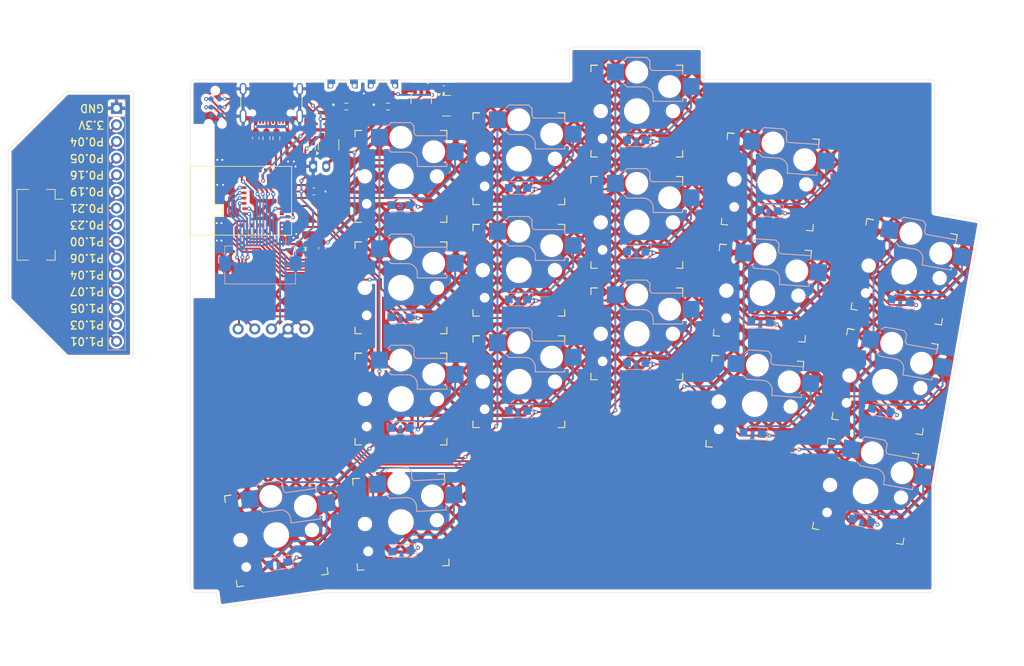
<source format=kicad_pcb>
(kicad_pcb (version 20240108) (generator "pcbnew") (generator_version "8.0")
  (layers (0 "F.Cu" signal) (31 "B.Cu" signal) (34 "B.Paste" user) (35 "F.Paste" user) (36 "B.SilkS" user "B.Silkscreen") (37 "F.SilkS" user "F.Silkscreen") (38 "B.Mask" user) (39 "F.Mask" user) (44 "Edge.Cuts" user))
  (net 0 "")
  (net 1 "Net-(D1-A)")
  (net 2 "Net-(D2-A)")
  (net 3 "Net-(D3-A)")
  (net 4 "Net-(D4-A)")
  (net 5 "Net-(D5-A)")
  (net 6 "Net-(D6-A)")
  (net 7 "Net-(D7-A)")
  (net 8 "Net-(D8-A)")
  (net 9 "Net-(D9-A)")
  (net 10 "Net-(D10-A)")
  (net 11 "Net-(D11-A)")
  (net 12 "Net-(D12-A)")
  (net 13 "Net-(D13-A)")
  (net 14 "Net-(D14-A)")
  (net 15 "Net-(D15-A)")
  (net 16 "Net-(D16-A)")
  (net 17 "Net-(D17-A)")
  (net 18 "col4")
  (net 19 "col3")
  (net 20 "col2")
  (net 21 "col1")
  (net 22 "col0")
  (net 23 "row0")
  (net 24 "row1")
  (net 25 "row2")
  (net 26 "row3")
  (net 47 "Net-(J2-D--PadA7)")
  (net 49 "Net-(J2-D+-PadA6)")
  (net 51 "GND")
  (net 52 "+3.3V")
  (net 53 "/SWDCLK")
  (net 54 "/SWDIO")
  (net 55 "/RST")
  (net 56 "/D+")
  (net 57 "/D-")
  (net 58 "Net-(U2-PROG)")
  (net 59 "VBUS")
  (net 60 "/VBAT")
  (net 66 "Net-(Q1-G)")
  (net 67 "/VSWITCHED")
  (net 68 "/VBAT_SENSE")
  (net 69 "/CLEAR")
  (net 70 "Net-(U4-IN)")
  (net 76 "/P1.01")
  (net 77 "/P1.03")
  (net 78 "/P0.19")
  (net 79 "/P1.04")
  (net 80 "/P0.23")
  (net 81 "/P1.07")
  (net 82 "/P1.00")
  (net 83 "/P0.04")
  (net 84 "/P0.05")
  (net 85 "/P0.21")
  (net 86 "/P0.16")
  (net 87 "/P1.05")
  (net 88 "/P1.06")
  (net 89 "Net-(J1-Pin_6)")
  (net 90 "Net-(J1-Pin_14)")
  (net 91 "Net-(J1-Pin_5)")
  (net 92 "Net-(J1-Pin_15)")
  (net 93 "Net-(J1-Pin_7)")
  (net 94 "Net-(J1-Pin_2)")
  (net 95 "Net-(J1-Pin_8)")
  (net 96 "Net-(J1-Pin_13)")
  (net 97 "Net-(J1-Pin_12)")
  (net 98 "Net-(J1-Pin_3)")
  (net 99 "Net-(J1-Pin_9)")
  (net 100 "Net-(J1-Pin_1)")
  (net 101 "Net-(J1-Pin_11)")
  (net 102 "Net-(J1-Pin_10)")
  (net 103 "Net-(J1-Pin_4)")
  (footprint "custom-libary:Kailh_socket_PG1350" (layer "F.Cu") (at 175.884862 95.375188 180)
    (property "Reference" "SW11" (hide yes))
    (property "Value" "MX_SW_HS")
  )
  (footprint "custom-libary:Kailh_socket_PG1350" (layer "F.Cu") (at 139.9 124.092523 -177)
    (property "Reference" "SW8" (hide yes))
    (property "Value" "MX_SW_HS")
  )
  (footprint "custom-libary:Kailh_socket_PG1350" (layer "F.Cu") (at 157.892431 102.677995 180)
    (property "Reference" "SW7" (hide yes))
    (property "Value" "MX_SW_HS")
  )
  (footprint "custom-libary:MDBT50Q-1MV2" (layer "F.Cu") (at 123.225 80.326 90)
    (property "Reference" "U1" (hide yes))
    (property "Value" "MDBT50Q")
  )
  (footprint "custom-libary:Kailh_socket_PG1350" (layer "F.Cu") (at 213.739523 102.677995 170)
    (property "Reference" "SW16" (hide yes))
    (property "Value" "MX_SW_HS")
  )
  (footprint "custom-libary:SW_TL6340AF160Q" (layer "F.Cu") (at 137.16 57.531)
    (property "Reference" "SW20" (hide yes))
    (property "Value" "SW_Push")
  )
  (footprint "custom-libary:SW_TL6340AF160Q" (layer "F.Cu") (at 131 57.5285)
    (property "Reference" "SW18" (hide yes))
    (property "Value" "SW_Push")
  )
  (footprint "custom-libary:Kailh_socket_PG1350" (layer "F.Cu") (at 175.884862 78.370576 180)
    (property "Reference" "SW10" (hide yes))
    (property "Value" "MX_SW_HS")
  )
  (footprint "custom-libary:Kailh_socket_PG1350" (layer "F.Cu") (at 193.877294 106.100092 176)
    (property "Reference" "SW14" (hide yes))
    (property "Value" "MX_SW_HS")
  )
  (footprint "custom-libary:Kailh_socket_PG1350" (layer "F.Cu") (at 139.9 105.323941 180)
    (property "Reference" "SW3" (hide yes))
    (property "Value" "MX_SW_HS")
  )
  (footprint "custom-libary:Kailh_socket_PG1350" (layer "F.Cu") (at 216.66771 85.920338 170)
    (property "Reference" "SW15" (hide yes))
    (property "Value" "MX_SW_HS")
  )
  (footprint "Capacitor_SMD:C_0603_1608Metric_Pad1.08x0.95mm_HandSolder" (layer "F.Cu") (at 126.619 73.66)
    (property "Reference" "C3" (hide yes))
    (property "Value" "10u")
  )
  (footprint "Resistor_SMD:R_0603_1608Metric_Pad0.98x0.95mm_HandSolder" (layer "F.Cu") (at 137.922 60.706 180)
    (property "Reference" "R8" (hide yes))
    (property "Value" "100k")
  )
  (footprint "custom-libary:Kailh_socket_PG1350" (layer "F.Cu") (at 139.9 88.354612 180)
    (property "Reference" "SW2" (hide yes))
    (property "Value" "MX_SW_HS")
  )
  (footprint "Resistor_SMD:R_0603_1608Metric_Pad0.98x0.95mm_HandSolder" (layer "F.Cu") (at 119.38 65.532 90)
    (property "Reference" "R5" (hide yes))
    (property "Value" "27")
  )
  (footprint "custom-libary:Kailh_socket_PG1350" (layer "F.Cu") (at 196.241009 72.196703 176)
    (property "Reference" "SW12" (hide yes))
    (property "Value" "MX_SW_HS")
  )
  (footprint "Resistor_SMD:R_0603_1608Metric_Pad0.98x0.95mm_HandSolder" (layer "F.Cu") (at 131.572 60.706)
    (property "Reference" "R6" (hide yes))
    (property "Value" "100k")
  )
  (footprint "custom-libary:nice!view" (layer "F.Cu") (at 115.062 94.6272)
    (property "Reference" "U3" (hide yes))
    (property "Value" "~")
  )
  (footprint "Resistor_SMD:R_0603_1608Metric_Pad0.98x0.95mm_HandSolder" (layer "F.Cu") (at 126.321908 67.056 -90)
    (property "Reference" "R1" (hide yes))
    (property "Value" "2k")
  )
  (footprint "Package_TO_SOT_SMD:SOT-23" (layer "F.Cu") (at 146.8605 60.579)
    (property "Reference" "Q1" (hide yes))
    (property "Value" "IRLML6402")
  )
  (footprint "custom-libary:Kailh_socket_PG1350" (layer "F.Cu") (at 139.9 71.35 180)
    (property "Reference" "SW1" (hide yes))
    (property "Value" "MX_SW_HS")
  )
  (footprint "custom-libary:Kailh_socket_PG1350" (layer "F.Cu") (at 195.041506 89.166039 176)
    (property "Reference" "SW13" (hide yes))
    (property "Value" "MX_SW_HS")
  )
  (footprint "custom-libary:Kailh_socket_PG1350" (layer "F.Cu") (at 120.884469 126.068163 -172)
    (property "Reference" "SW4" (hide yes))
    (property "Value" "MX_SW_HS")
  )
  (footprint "Capacitor_SMD:C_0603_1608Metric_Pad1.08x0.95mm_HandSolder" (layer "F.Cu") (at 117.7544 65.532 -90)
    (property "Reference" "C1" (hide yes))
    (property "Value" "10u")
  )
  (footprint "Connector_USB:USB_C_Receptacle_GCT_USB4105-xx-A_16P_TopMnt_Horizontal" (layer "F.Cu") (at 120.14 59.075 180)
    (property "Reference" "J2" (hide yes))
    (property "Value" "USB_C_Receptacle_USB2.0_16P")
  )
  (footprint "Capacitor_SMD:C_0603_1608Metric_Pad1.08x0.95mm_HandSolder" (layer "F.Cu") (at 127.864 82.296 -90)
    (property "Reference" "C2" (hide yes))
    (property "Value" "10u")
  )
  (footprint "Connector_FFC-FPC:Hirose_FH12-15S-0.5SH_1x15-1MP_P0.50mm_Horizontal" (layer "F.Cu") (at 85.852 78.74 -90)
    (property "Reference" "J1" (hide yes))
    (property "Value" "Conn_01x15_Pin")
  )
  (footprint "Resistor_SMD:R_0603_1608Metric_Pad0.98x0.95mm_HandSolder" (layer "F.Cu") (at 140.462 59.309 90)
    (property "Reference" "R7" (hide yes))
    (property "Value" "100k")
  )
  (footprint "Package_TO_SOT_SMD:TSOT-23-5" (layer "F.Cu") (at 128.861908 66.523 90)
    (property "Reference" "U2" (hide yes))
    (property "Value" "LTC4054ES5-4.2")
  )
  (footprint "custom-libary:Kailh_socket_PG1350" (layer "F.Cu") (at 210.776064 119.400376 170)
    (property "Reference" "SW17" (hide yes))
    (property "Value" "MX_SW_HS")
  )
  (footprint "custom-libary:Kailh_socket_PG1350" (layer "F.Cu") (at 157.892431 68.668775 180)
    (property "Reference" "SW5" (hide yes))
    (property "Value" "MX_SW_HS")
  )
  (footprint "Resistor_SMD:R_0603_1608Metric_Pad0.98x0.95mm_HandSolder" (layer "F.Cu") (at 125.324 81.661 180)
    (property "Reference" "R2" (hide yes))
    (property "Value" "R")
  )
  (footprint "custom-libary:SOT95P275X110-6N" (layer "F.Cu") (at 143.002 59.4545 -90)
    (property "Reference" "U4" (hide yes))
    (property "Value" "MAX16054AZT_T")
  )
  (footprint "custom-libary:Kailh_socket_PG1350" (layer "F.Cu") (at 157.892431 85.673387 180)
    (property "Reference" "SW6" (hide yes))
    (property "Value" "MX_SW_HS")
  )
  (footprint "custom-libary:Kailh_socket_PG1350" (layer "F.Cu") (at 175.884862 61.401245 180)
    (property "Reference" "SW9" (hide yes))
    (property "Value" "MX_SW_HS")
  )
  (footprint "custom-libary:Battery_solder_pads" (layer "F.Cu") (at 126.508 69.829)
    (property "Reference" "J3" (hide yes))
    (property "Value" "Conn_01x02_Socket")
  )
  (footprint "Resistor_SMD:R_0603_1608Metric_Pad0.98x0.95mm_HandSolder" (layer "F.Cu") (at 120.904 65.532 -90)
    (property "Reference" "R4" (hide yes))
    (property "Value" "27")
  )
  (footprint "Resistor_SMD:R_0603_1608Metric_Pad0.98x0.95mm_HandSolder" (layer "F.Cu") (at 125.324 83.185)
    (property "Reference" "R3" (hide yes))
    (property "Value" "R")
  )
  (footprint "Capacitor_SMD:C_0603_1608Metric_Pad1.08x0.95mm_HandSolder" (layer "F.Cu") (at 146.431 58.056 180)
    (property "Reference" "C4" (hide yes))
    (property "Value" "10u")
  )
  (footprint "Diode_SMD:Nexperia_CFP3_SOD-123W" (layer "B.Cu") (at 175.795002 65.845 180)
    (property "Reference" "D9" (hide yes))
    (property "Value" "D_Small")
  )
  (footprint "Diode_SMD:Nexperia_CFP3_SOD-123W" (layer "B.Cu") (at 139.815002 92.835 180)
    (property "Reference" "D2" (hide yes))
    (property "Value" "D_Small")
  )
  (footprint "Diode_SMD:Nexperia_CFP3_SOD-123W" (layer "B.Cu") (at 139.959143 128.503586 -176)
    (property "Reference" "D8" (hide yes))
    (property "Value" "D_Small")
  )
  (footprint "Connector_FFC-FPC:Hirose_FH12-15S-0.5SH_1x15-1MP_P0.50mm_Horizontal" (layer "B.Cu") (at 118.43 83.259 180)
    (property "Reference" "J6" (hide yes))
    (property "Value" "Conn_01x15_Pin")
  )
  (footprint "Diode_SMD:Nexperia_CFP3_SOD-123W" (layer "B.Cu") (at 121.191546 130.381594 -172)
    (property "Reference" "D4" (hide yes))
    (property "Value" "D_Small")
  )
  (footprint "Diode_SMD:Nexperia_CFP3_SOD-123W" (layer "B.Cu") (at 139.815002 75.735 180)
    (property "Reference" "D1" (hide yes))
    (property "Value" "D_Small")
  )
  (footprint "Diode_SMD:Nexperia_CFP3_SOD-123W" (layer "B.Cu") (at 216.110829 90.329798 170)
    (property "Reference" "D15" (hide yes))
    (property "Value" "D_Small")
  )
  (footprint "Diode_SMD:Nexperia_CFP3_SOD-123W" (layer "B.Cu") (at 157.745002 90.135 180)
    (property "Reference" "D6" (hide yes))
    (property "Value" "D_Small")
  )
  (footprint "Diode_SMD:Nexperia_CFP3_SOD-123W" (layer "B.Cu") (at 139.815002 109.735 180)
    (property "Reference" "D3" (hide yes))
    (property "Value" "D_Small")
  )
  (footprint "Diode_SMD:Nexperia_CFP3_SOD-123W" (layer "B.Cu") (at 175.795002 82.845 180)
    (property "Reference" "D10" (hide yes))
    (property "Value" "D_Small")
  )
  (footprint "Diode_SMD:Nexperia_CFP3_SOD-123W" (layer "B.Cu") (at 175.795002 99.845 180)
    (property "Reference" "D11" (hide yes))
    (property "Value" "D_Small")
  )
  (footprint "Diode_SMD:Nexperia_CFP3_SOD-123W" (layer "B.Cu") (at 157.745002 107.135 180)
    (property "Reference" "D7" (hide yes))
    (property "Value" "D_Small")
  )
  (footprint "Diode_SMD:Nexperia_CFP3_SOD-123W" (layer "B.Cu") (at 193.553284 110.537828 176)
    (property "Reference" "D14" (hide yes))
    (property "Value" "D_Small")
  )
  (footprint "Diode_SMD:Nexperia_CFP3_SOD-123W" (layer "B.Cu") (at 210.185002 123.825 170)
    (property "Reference" "D17" (hide yes))
    (property "Value" "D_Small")
  )
  (footprint "Diode_SMD:Nexperia_CFP3_SOD-123W" (layer "B.Cu") (at 195.949143 76.556414 176)
    (property "Reference" "D12" (hide yes))
    (property "Value" "D_Small")
  )
  (footprint "Diode_SMD:Nexperia_CFP3_SOD-123W" (layer "B.Cu") (at 157.745002 73.135 180)
    (property "Reference" "D5" (hide yes))
    (property "Value" "D_Small")
  )
  (footprint "Diode_SMD:Nexperia_CFP3_SOD-123W" (layer "B.Cu") (at 194.749143 93.556414 176)
    (property "Reference" "D13" (hide yes))
    (property "Value" "D_Small")
  )
  (footprint "Connector_PinHeader_2.54mm:PinHeader_1x15_P2.54mm_Vertical" (layer "B.Cu") (at 96.52 60.96 180)
    (property "Reference" "J4" (hide yes))
    (property "Value" "Conn_01x15_Pin")
  )
  (footprint "Diode_SMD:Nexperia_CFP3_SOD-123W" (layer "B.Cu") (at 213.136656 107.034596 170)
    (property "Reference" "D16" (hide yes))
    (property "Value" "D_Small")
  )
  (footprint "Connector:Tag-Connect_TC2030-IDC-NL_2x03_P1.27mm_Vertical" (layer "B.Cu") (at 111.5822 60.8076 -90)
    (property "Reference" "J5" (hide yes))
    (property "Value" "Conn_ARM_SWD_TagConnect_TC2030-NL")
  )
  (gr_curve (pts (xy 221.341458 57.294253) (xy 221.341458 56.897378) (xy 221.023958 56.579878) (xy 220.627083 56.579878)) (stroke (width 0.05)) (layer "Edge.Cuts"))
  (gr_line (start 186.125417 56.579878) (end 186.125417 52.320087) (stroke (width 0.05)) (layer "Edge.Cuts"))
  (gr_line (start 165.567292 56.579878) (end 108.496667 56.579878) (stroke (width 0.05)) (layer "Edge.Cuts"))
  (gr_line (start 222.082292 114.047378) (end 228.3 78.804878) (stroke (width 0.05)) (layer "Edge.Cuts"))
  (gr_line (start 107.782292 57.294253) (end 107.782292 134.129253) (stroke (width 0.05)) (layer "Edge.Cuts"))
  (gr_curve (pts (xy 166.281667 51.605712) (xy 165.884792 51.605712) (xy 165.567292 51.923212) (xy 165.567292 52.320087)) (stroke (width 0.05)) (layer "Edge.Cuts"))
  (gr_line (start 99.06 99.06) (end 88.9 99.06) (stroke (width 0.05)) (layer "Edge.Cuts"))
  (gr_curve (pts (xy 111.962708 136.457587) (xy 112.042083 136.854462) (xy 112.386042 137.092587) (xy 112.73 137.066128)) (stroke (width 0.05)) (layer "Edge.Cuts"))
  (gr_line (start 99.06 58.42) (end 88.9 58.42) (stroke (width 0.05)) (layer "Edge.Cuts"))
  (gr_line (start 88.9 99.06) (end 80.01 90.17) (stroke (width 0.05)) (layer "Edge.Cuts"))
  (gr_line (start 108.496667 134.843628) (end 111.751042 134.843628) (stroke (width 0.05)) (layer "Edge.Cuts"))
  (gr_curve (pts (xy 107.782292 134.129253) (xy 107.782292 134.526128) (xy 108.099792 134.843628) (xy 108.496667 134.843628)) (stroke (width 0.05)) (layer "Edge.Cuts"))
  (gr_curve (pts (xy 108.496667 56.579878) (xy 108.099792 56.579878) (xy 107.782292 56.897378) (xy 107.782292 57.294253)) (stroke (width 0.05)) (layer "Edge.Cuts"))
  (gr_line (start 99.06 58.42) (end 99.06 99.06) (stroke (width 0.05)) (layer "Edge.Cuts"))
  (gr_curve (pts (xy 228.3 78.804878) (xy 228.405833 78.408003) (xy 228.167708 78.037587) (xy 227.770833 77.98467)) (stroke (width 0.05)) (layer "Edge.Cuts"))
  (gr_line (start 221.315 134.129253) (end 221.315 118.386545) (stroke (width 0.05)) (layer "Edge.Cuts"))
  (gr_line (start 185.411042 51.605712) (end 166.281667 51.605712) (stroke (width 0.05)) (layer "Edge.Cuts"))
  (gr_line (start 221.341458 76.846962) (end 221.341458 57.294253) (stroke (width 0.05)) (layer "Edge.Cuts"))
  (gr_line (start 227.770833 77.98467) (end 221.341458 76.846962) (stroke (width 0.05)) (layer "Edge.Cuts"))
  (gr_line (start 165.567292 52.320087) (end 165.567292 56.579878) (stroke (width 0.05)) (layer "Edge.Cuts"))
  (gr_line (start 88.9 58.415) (end 80.01 67.305) (stroke (width 0.05)) (layer "Edge.Cuts"))
  (gr_line (start 128.499167 134.843628) (end 220.600625 134.843628) (stroke (width 0.05)) (layer "Edge.Cuts"))
  (gr_line (start 220.627083 56.579878) (end 186.125417 56.579878) (stroke (width 0.05)) (layer "Edge.Cuts"))
  (gr_curve (pts (xy 220.600625 134.843628) (xy 220.9975 134.843628) (xy 221.315 134.526128) (xy 221.315 134.129253)) (stroke (width 0.05)) (layer "Edge.Cuts"))
  (gr_line (start 111.751042 134.843628) (end 111.962708 136.457587) (stroke (width 0.05)) (layer "Edge.Cuts"))
  (gr_curve (pts (xy 186.125417 52.320087) (xy 186.125417 51.923212) (xy 185.807917 51.605712) (xy 185.411042 51.605712)) (stroke (width 0.05)) (layer "Edge.Cuts"))
  (gr_line (start 221.315 118.386545) (end 222.082292 114.047378) (stroke (width 0.05)) (layer "Edge.Cuts"))
  (gr_line (start 112.73 137.066128) (end 128.499167 134.843628) (stroke (width 0.05)) (layer "Edge.Cuts"))
  (gr_line (start 80.01 67.305) (end 80.01 90.17) (stroke (width 0.05)) (layer "Edge.Cuts"))
  (gr_text "P0.21" (at 94.742 76.2 180) (layer "F.SilkS") (effects (font (size 1.2 1.2) (thickness 0.2) (bold yes)) (justify left)))
  (gr_text "P1.05" (at 94.742 91.44 180) (layer "F.SilkS") (effects (font (size 1.2 1.2) (thickness 0.2) (bold yes)) (justify left)))
  (gr_text "P1.01" (at 94.742 96.52 180) (layer "F.SilkS") (effects (font (size 1.2 1.2) (thickness 0.2) (bold yes)) (justify left)))
  (gr_text "GND" (at 94.742 60.96 180) (layer "F.SilkS") (effects (font (size 1.2 1.2) (thickness 0.2) (bold yes)) (justify left)))
  (gr_text "P0.23" (at 94.742 78.735 180) (layer "F.SilkS") (effects (font (size 1.2 1.2) (thickness 0.2) (bold yes)) (justify left)))
  (gr_text "P1.04" (at 94.742 86.36 180) (layer "F.SilkS") (effects (font (size 1.2 1.2) (thickness 0.2) (bold yes)) (justify left)))
  (gr_text "P0.05" (at 94.742 68.58 180) (layer "F.SilkS") (effects (font (size 1.2 1.2) (thickness 0.2) (bold yes)) (justify left)))
  (gr_text "P0.16" (at 94.742 71.12 180) (layer "F.SilkS") (effects (font (size 1.2 1.2) (thickness 0.2) (bold yes)) (justify left)))
  (gr_text "P1.03" (at 94.742 93.98 180) (layer "F.SilkS") (effects (font (size 1.2 1.2) (thickness 0.2) (bold yes)) (justify left)))
  (gr_text "P1.07" (at 94.742 88.9 180) (layer "F.SilkS") (effects (font (size 1.2 1.2) (thickness 0.2) (bold yes)) (justify left)))
  (gr_text "3.3V" (at 94.742 63.5 180) (layer "F.SilkS") (effects (font (size 1.2 1.2) (thickness 0.2) (bold yes)) (justify left)))
  (gr_text "P1.00" (at 94.742 81.28 180) (layer "F.SilkS") (effects (font (size 1.2 1.2) (thickness 0.2) (bold yes)) (justify left)))
  (gr_text "P0.04" (at 94.742 66.04 180) (layer "F.SilkS") (effects (font (size 1.2 1.2) (thickness 0.2) (bold yes)) (justify left)))
  (gr_text "P1.06" (at 94.742 83.82 180) (layer "F.SilkS") (effects (font (size 1.2 1.2) (thickness 0.2) (bold yes)) (justify left)))
  (gr_text "P0.19" (at 94.742 73.66 180) (layer "F.SilkS") (effects (font (size 1.2 1.2) (thickness 0.2) (bold yes)) (justify left)))
  (segment (start 144.315 74.685) (end 148.175 70.825) (width 0.3) (layer "B.Cu") (net 1))
  (segment (start 139.465002 74.685) (end 144.315 74.685) (width 0.3) (layer "B.Cu") (net 1))
  (segment (start 148.175 70.825) (end 148.175 67.6) (width 0.3) (layer "B.Cu") (net 1))
  (segment (start 138.415002 75.735) (end 139.465002 74.685) (width 0.3) (layer "B.Cu") (net 1))
  (segment (start 138.415002 92.735) (end 139.465002 91.685) (width 0.3) (layer "B.Cu") (net 2))
  (segment (start 144.315 91.685) (end 148.175 87.825) (width 0.3) (layer "B.Cu") (net 2))
  (segment (start 148.175 87.825) (end 148.175 84.6) (width 0.3) (layer "B.Cu") (net 2))
  (segment (start 139.465002 91.685) (end 144.315 91.685) (width 0.3) (layer "B.Cu") (net 2))
  (segment (start 138.415002 109.735) (end 139.465002 108.685) (width 0.3) (layer "B.Cu") (net 3))
  (segment (start 144.315 108.685) (end 148.175 104.825) (width 0.3) (layer "B.Cu") (net 3))
  (segment (start 148.175 104.825) (end 148.175 101.6) (width 0.3) (layer "B.Cu") (net 3))
  (segment (start 139.465002 108.685) (end 144.315 108.685) (width 0.3) (layer "B.Cu") (net 3))
  (segment (start 128.557038 125.71502) (end 128.557038 121.203) (width 0.3) (layer "B.Cu") (net 4))
  (segment (start 127.272058 127) (end 128.557038 125.71502) (width 0.3) (layer "B.Cu") (net 4))
  (segment (start 119.805171 130.576437) (end 123.381608 127) (width 0.3) (layer "B.Cu") (net 4))
  (segment (start 123.381608 127) (end 127.272058 127) (width 0.3) (layer "B.Cu") (net 4))
  (segment (start 157.457433 72.029834) (end 162.307431 72.029834) (width 0.3) (layer "B.Cu") (net 5))
  (segment (start 156.407433 73.079834) (end 157.457433 72.029834) (width 0.3) (layer "B.Cu") (net 5))
  (segment (start 166.167431 68.169834) (end 166.167431 64.944834) (width 0.3) (layer "B.Cu") (net 5))
  (segment (start 162.307431 72.029834) (end 166.167431 68.169834) (width 0.3) (layer "B.Cu") (net 5))
  (segment (start 162.307431 89.034446) (end 166.167431 85.174446) (width 0.3) (layer "B.Cu") (net 6))
  (segment (start 157.457433 89.034446) (end 162.307431 89.034446) (width 0.3) (layer "B.Cu") (net 6))
  (segment (start 166.167431 85.174446) (end 166.167431 81.949446) (width 0.3) (layer "B.Cu") (net 6))
  (segment (start 156.407433 90.084446) (end 157.457433 89.034446) (width 0.3) (layer "B.Cu") (net 6))
  (segment (start 162.307431 106.039054) (end 166.167431 102.179054) (width 0.3) (layer "B.Cu") (net 7))
  (segment (start 156.407433 107.089054) (end 157.457433 106.039054) (width 0.3) (layer "B.Cu") (net 7))
  (segment (start 157.457433 106.039054) (end 162.307431 106.039054) (width 0.3) (layer "B.Cu") (net 7))
  (segment (start 166.167431 102.179054) (end 166.167431 98.954054) (width 0.3) (layer "B.Cu") (net 7))
  (segment (start 147.9674 124.0326) (end 147.9674 119.914582) (width 0.3) (layer "B.Cu") (net 8))
  (segment (start 141.581899 126) (end 146 126) (width 0.3) (layer "B.Cu") (net 8))
  (segment (start 146 126) (end 147.9674 124.0326) (width 0.3) (layer "B.Cu") (net 8))
  (segment (start 138.562553 128.601245) (end 138.980654 128.601245) (width 0.3) (layer "B.Cu") (net 8))
  (segment (start 138.980654 128.601245) (end 141.581899 126) (width 0.3) (layer "B.Cu") (net 8))
  (segment (start 174.399864 65.812304) (end 175.449864 64.762304) (width 0.3) (layer "B.Cu") (net 9))
  (segment (start 180.299862 64.762304) (end 184.159862 60.902304) (width 0.3) (layer "B.Cu") (net 9))
  (segment (start 184.159862 60.902304) (end 184.159862 57.677304) (width 0.3) (layer "B.Cu") (net 9))
  (segment (start 175.449864 64.762304) (end 180.299862 64.762304) (width 0.3) (layer "B.Cu") (net 9))
  (segment (start 174.399864 82.781635) (end 175.449864 81.731635) (width 0.3) (layer "B.Cu") (net 10))
  (segment (start 180.299862 81.731635) (end 184.159862 77.871635) (width 0.3) (layer "B.Cu") (net 10))
  (segment (start 184.159862 77.871635) (end 184.159862 74.646635) (width 0.3) (layer "B.Cu") (net 10))
  (segment (start 175.449864 81.731635) (end 180.299862 81.731635) (width 0.3) (layer "B.Cu") (net 10))
  (segment (start 184.159862 94.876247) (end 184.159862 91.651247) (width 0.3) (layer "B.Cu") (net 11))
  (segment (start 175.449864 98.736247) (end 180.299862 98.736247) (width 0.3) (layer "B.Cu") (net 11))
  (segment (start 174.399864 99.786247) (end 175.449864 98.736247) (width 0.3) (layer "B.Cu") (net 11))
  (segment (start 180.299862 98.736247) (end 184.159862 94.876247) (width 0.3) (layer "B.Cu") (net 11))
  (segment (start 194.552553 76.458755) (end 195.447627 75.563681) (width 0.3) (layer "B.Cu") (net 12))
  (segment (start 195.447627 75.563681) (end 201.436319 75.563681) (width 0.3) (layer "B.Cu") (net 12))
  (segment (start 201.436319 75.563681) (end 204.757438 72.242562) (width 0.3) (layer "B.Cu") (net 12))
  (segment (start 204.757438 72.242562) (end 204.757438 69.033073) (width 0.3) (layer "B.Cu") (net 12))
  (segment (start 203.557935 89.211898) (end 203.557935 86.002409) (width 0.3) (layer "B.Cu") (net 13))
  (segment (start 193.35305 93.428091) (end 194.248124 92.533017) (width 0.3) (layer "B.Cu") (net 13))
  (segment (start 194.248124 92.533017) (end 200.236816 92.533017) (width 0.3) (layer "B.Cu") (net 13))
  (segment (start 200.236816 92.533017) (end 203.557935 89.211898) (width 0.3) (layer "B.Cu") (net 13))
  (segment (start 193.083912 109.46707) (end 199.072604 109.46707) (width 0.3) (layer "B.Cu") (net 14))
  (segment (start 192.188838 110.362144) (end 193.083912 109.46707) (width 0.3) (layer "B.Cu") (net 14))
  (segment (start 199.072604 109.46707) (end 202.393723 106.145951) (width 0.3) (layer "B.Cu") (net 14))
  (segment (start 202.393723 106.145951) (end 202.393723 102.936462) (width 0.3) (layer "B.Cu") (net 14))
  (segment (start 215.390956 89.427832) (end 222.572168 89.427832) (width 0.3) (layer "B.Cu") (net 15))
  (segment (start 222.572168 89.427832) (end 225.468175 86.531825) (width 0.3) (layer "B.Cu") (net 15))
  (segment (start 214.732098 90.08669) (end 215.390956 89.427832) (width 0.3) (layer "B.Cu") (net 15))
  (segment (start 225.468175 86.531825) (end 225.468175 83.664248) (width 0.3) (layer "B.Cu") (net 15))
  (segment (start 222.539988 103.289482) (end 222.539988 100.421905) (width 0.3) (layer "B.Cu") (net 16))
  (segment (start 212.462769 106.185489) (end 219.643981 106.185489) (width 0.3) (layer "B.Cu") (net 16))
  (segment (start 211.803911 106.844347) (end 212.462769 106.185489) (width 0.3) (layer "B.Cu") (net 16))
  (segment (start 219.643981 106.185489) (end 222.539988 103.289482) (width 0.3) (layer "B.Cu") (net 16))
  (segment (start 208.840452 123.566728) (end 209.49931 122.90787) (width 0.3) (layer "B.Cu") (net 17))
  (segment (start 219.576529 120.011863) (end 219.576529 117.144286) (width 0.3) (layer "B.Cu") (net 17))
  (segment (start 209.49931 122.90787) (end 216.680522 122.90787) (width 0.3) (layer "B.Cu") (net 17))
  (segment (start 216.680522 122.90787) (end 219.576529 120.011863) (width 0.3) (layer "B.Cu") (net 17))
  (segment (start 136.625 111.375) (end 136.625 101.092) (width 0.3) (layer "F.Cu") (net 18))
  (segment (start 135.109712 87.103712) (end 131.83414 87.103712) (width 0.3) (layer "F.Cu") (net 18))
  (segment (start 128.820428 84.09) (end 122.881894 84.09) (width 0.3) (layer "F.Cu") (net 18))
  (segment (start 135.100173 112.899827) (end 134.888039 112.899827) (width 0.3) (layer "F.Cu") (net 18))
  (segment (start 135.100173 112.899827) (end 136.625 111.375) (width 0.3) (layer "F.Cu") (net 18))
  (segment (start 116.825 80.126) (end 116.825 79.726) (width 0.3) (layer "F.Cu") (net 18))
  (segment (start 117.075 80.376) (end 116.825 80.126) (width 0.3) (layer "F.Cu") (net 18))
  (segment (start 122.881894 84.09) (end 119.167894 80.376) (width 0.3) (layer "F.Cu") (net 18))
  (segment (start 119.167894 80.376) (end 117.075 80.376) (width 0.3) (layer "F.Cu") (net 18))
  (segment (start 131.813814 87.083386) (end 128.820428 84.09) (width 0.3) (layer "F.Cu") (net 18))
  (via (at 135.100173 112.899827) (size 0.6) (drill 0.3) (layers "F.Cu" "B.Cu") (net 18))
  (via (at 135.109712 87.103712) (size 0.6) (drill 0.3) (layers "F.Cu" "B.Cu") (net 18))
  (via (at 136.625 101.092) (size 0.6) (drill 0.3) (layers "F.Cu" "B.Cu") (net 18))
  (segment (start 130 118) (end 119.40403 118) (width 0.3) (layer "B.Cu") (net 18))
  (segment (start 119.40403 118) (end 116.813261 120.590769) (width 0.3) (layer "B.Cu") (net 18))
  (segment (start 116.813261 120.590769) (end 116.813261 120.63186) (width 0.3) (layer "B.Cu") (net 18))
  (segment (start 136.625 86.8172) (end 136.625 89.662) (width 0.3) (layer "B.Cu") (net 18))
  (segment (start 136.625 101.092) (end 136.625 99.373941) (width 0.3) (layer "B.Cu") (net 18))
  (segment (start 135.100173 112.899827) (end 130 118) (width 0.3) (layer "B.Cu") (net 18))
  (segment (start 136.625 65.4) (end 136.625 86.8172) (width 0.3) (layer "B.Cu") (net 18))
  (segment (start 136.625 89.662) (end 136.625 99.373941) (width 0.3) (layer "B.Cu") (net 18))
  (segment (start 135.109712 87.103712) (end 136.592488 87.103712) (width 0.3) (layer "B.Cu") (net 18))
  (segment (start 116.867893 80.876) (end 116.025 80.033107) (width 0.3) (layer "F.Cu") (net 19))
  (segment (start 134.830934 113.549827) (end 134.680933 113.399827) (width 0.3) (layer "F.Cu") (net 19))
  (segment (start 134.680933 113.399827) (end 133.1491 111.867994) (width 0.3) (layer "F.Cu") (net 19))
  (segment (start 133.1491 89.125779) (end 128.613321 84.59) (width 0.3) (layer "F.Cu") (net 19))
  (segment (start 128.613321 84.59) (end 122.674787 84.59) (width 0.3) (layer "F.Cu") (net 19))
  (segment (start 135.589106 114.308) (end 134.830934 113.549827) (width 0.3) (layer "F.Cu") (net 19))
  (segment (start 149.727 114.158) (end 149.736 114.158) (width 0.3) (layer "F.Cu") (net 19))
  (segment (start 149.736 114.158) (end 154.432 109.462) (width 0.3) (layer "F.Cu") (net 19))
  (segment (start 122.674787 84.59) (end 118.960787 80.876) (width 0.3) (layer "F.Cu") (net 19))
  (segment (start 116.025 80.033107) (end 116.025 79.726) (width 0.3) (layer "F.Cu") (net 19))
  (segment (start 149.577 114.308) (end 135.589106 114.308) (width 0.3) (layer "F.Cu") (net 19))
  (segment (start 149.727 114.158) (end 149.577 114.308) (width 0.3) (layer "F.Cu") (net 19))
  (segment (start 133.1491 111.867994) (end 133.1491 89.125779) (width 0.3) (layer "F.Cu") (net 19))
  (segment (start 118.960787 80.876) (end 116.867893 80.876) (width 0.3) (layer "F.Cu") (net 19))
  (via (at 154.432 109.462) (size 0.6) (drill 0.3) (layers "F.Cu" "B.Cu") (net 19))
  (via (at 149.727 114.158) (size 0.6) (drill 0.3) (layers "F.Cu" "B.Cu") (net 19))
  (segment (start 154.617431 107.382569) (end 154.617431 109.276569) (width 0.3) (layer "B.Cu") (net 19))
  (segment (start 149.727 114.158) (end 149.727 114.167) (width 0.3) (layer "B.Cu") (net 19))
  (segment (start 154.617431 96.727995) (end 154.617431 107.382569) (width 0.3) (layer "B.Cu") (net 19))
  (segment (start 148.07 115.824) (end 137.496084 115.824) (width 0.3) (layer "B.Cu") (net 19))
  (segment (start 137.496084 115.824) (end 136.318089 117.001995) (width 0.3) (layer "B.Cu") (net 19))
  (segment (start 136.318089 117.001995) (end 136.318089 118.322078) (width 0.3) (layer "B.Cu") (net 19))
  (segment (start 154.617431 96.727995) (end 154.617431 62.718775) (width 0.3) (layer "B.Cu") (net 19))
  (segment (start 154.617431 109.276569) (end 154.432 109.462) (width 0.3) (layer "B.Cu") (net 19))
  (segment (start 149.727 114.167) (end 148.07 115.824) (width 0.3) (layer "B.Cu") (net 19))
  (segment (start 132.6491 89.332886) (end 128.406214 85.09) (width 0.3) (layer "F.Cu") (net 20))
  (segment (start 122.46768 85.09) (end 118.75368 81.376) (width 0.3) (layer "F.Cu") (net 20))
  (segment (start 172.609862 107.044138) (end 171.196 108.458) (width 0.3) (layer "F.Cu") (net 20))
  (segment (start 128.406214 85.09) (end 122.46768 85.09) (width 0.3) (layer "F.Cu") (net 20))
  (segment (start 118.75368 81.376) (end 116.660786 81.376) (width 0.3) (layer "F.Cu") (net 20))
  (segment (start 116.660786 81.376) (end 115.225 79.940214) (width 0.3) (layer "F.Cu") (net 20))
  (segment (start 160.274 108.458) (end 153.924 114.808) (width 0.3) (layer "F.Cu") (net 20))
  (segment (start 135.382 114.808) (end 132.6491 112.0751) (width 0.3) (layer "F.Cu") (net 20))
  (segment (start 153.924 114.808) (end 135.382 114.808) (width 0.3) (layer "F.Cu") (net 20))
  (segment (start 171.196 108.458) (end 160.274 108.458) (width 0.3) (layer "F.Cu") (net 20))
  (segment (start 115.225 79.940214) (end 115.225 79.726) (width 0.3) (layer "F.Cu") (net 20))
  (segment (start 132.6491 112.0751) (end 132.6491 89.332886) (width 0.3) (layer "F.Cu") (net 20))
  (via (at 172.609862 107.044138) (size 0.6) (drill 0.3) (layers "F.Cu" "B.Cu") (net 20))
  (segment (start 172.609862 55.451245) (end 172.609862 89.425188) (width 0.3) (layer "B.Cu") (net 20))
  (segment (start 172.609862 107.044138) (end 172.609862 89.425188) (width 0.3) (layer "B.Cu") (net 20))
  (segment (start 135.190893 115.324) (end 154.115106 115.324) (width 0.3) (layer "F.Cu") (net 21))
  (segment (start 114.976 78.826) (end 114.675 79.127) (width 0.3) (layer "F.Cu") (net 21))
  (segment (start 154.115106 115.324) (end 160.481106 108.958) (width 0.3) (layer "F.Cu") (net 21))
  (segment (start 177.546 108.966) (end 183.107569 103.404431) (width 0.3) (layer "F.Cu") (net 21))
  (segment (start 166.099999 108.958) (end 166.107999 108.966) (width 0.3) (layer "F.Cu") (net 21))
  (segment (start 118.546573 81.876) (end 122.260573 85.59) (width 0.3) (layer "F.Cu") (net 21))
  (segment (start 132.1491 89.539993) (end 132.1491 112.282207) (width 0.3) (layer "F.Cu") (net 21))
  (segment (start 116.060679 81.876) (end 118.546573 81.876) (width 0.3) (layer "F.Cu") (net 21))
  (segment (start 122.260573 85.59) (end 128.199107 85.59) (width 0.3) (layer "F.Cu") (net 21))
  (segment (start 132.1491 112.282207) (end 135.190893 115.324) (width 0.3) (layer "F.Cu") (net 21))
  (segment (start 114.675 79.127) (end 114.675 80.490321) (width 0.3) (layer "F.Cu") (net 21))
  (segment (start 160.481106 108.958) (end 166.099999 108.958) (width 0.3) (layer "F.Cu") (net 21))
  (segment (start 114.675 80.490321) (end 116.060679 81.876) (width 0.3) (layer "F.Cu") (net 21))
  (segment (start 128.199107 85.59) (end 132.1491 89.539993) (width 0.3) (layer "F.Cu") (net 21))
  (segment (start 115.625 78.826) (end 114.976 78.826) (width 0.3) (layer "F.Cu") (net 21))
  (segment (start 166.107999 108.966) (end 177.546 108.966) (width 0.3) (layer "F.Cu") (net 21))
  (via (at 183.107569 103.404431) (size 0.6) (drill 0.3) (layers "F.Cu" "B.Cu") (net 21))
  (segment (start 187.583456 103.378) (end 191.025323 99.936133) (width 0.3) (layer "B.Cu") (net 21))
  (segment (start 183.107569 103.404431) (end 183.134 103.378) (width 0.3) (layer "B.Cu") (net 21))
  (segment (start 193.389038 81.802577) (end 192.189535 83.00208) (width 0.3) (layer "B.Cu") (net 21))
  (segment (start 193.389038 66.032744) (end 193.389038 81.802577) (width 0.3) (layer "B.Cu") (net 21))
  (segment (start 192.189535 98.771921) (end 191.025323 99.936133) (width 0.3) (layer "B.Cu") (net 21))
  (segment (start 183.134 103.378) (end 187.583456 103.378) (width 0.3) (layer "B.Cu") (net 21))
  (segment (start 192.189535 83.00208) (end 192.189535 98.771921) (width 0.3) (layer "B.Cu") (net 21))
  (segment (start 131.6228 89.7208) (end 131.6228 112.463015) (width 0.3) (layer "F.Cu") (net 22))
  (segment (start 116.425 78.826) (end 116.425 78.426) (width 0.3) (layer "F.Cu") (net 22))
  (segment (start 127.992 86.09) (end 131.6228 89.7208) (width 0.3) (layer "F.Cu") (net 22))
  (segment (start 122.053466 86.09) (end 127.992 86.09) (width 0.3) (layer "F.Cu") (net 22))
  (segment (start 118.339466 82.376) (end 122.053466 86.09) (width 0.3) (layer "F.Cu") (net 22))
  (segment (start 189.484 113.03) (end 200.66 113.03) (width 0.3) (layer "F.Cu") (net 22))
  (segment (start 185.92 109.466) (end 189.484 113.03) (width 0.3) (layer "F.Cu") (net 22))
  (segment (start 116.425 78.426) (end 116.175 78.176) (width 0.3) (layer "F.Cu") (net 22))
  (segment (start 116.175 78.176) (end 114.918893 78.176) (width 0.3) (layer "F.Cu") (net 22))
  (segment (start 115.853573 82.376) (end 118.339466 82.376) (width 0.3) (layer "F.Cu") (net 22))
  (segment (start 114.918893 78.176) (end 114.175 78.919893) (width 0.3) (layer "F.Cu") (net 22))
  (segment (start 160.680212 109.466) (end 185.92 109.466) (width 0.3) (layer "F.Cu") (net 22))
  (segment (start 114.175 78.919893) (end 114.175 80.697427) (width 0.3) (layer "F.Cu") (net 22))
  (segment (start 114.175 80.697427) (end 115.853573 82.376) (width 0.3) (layer "F.Cu") (net 22))
  (segment (start 154.322212 115.824) (end 160.680212 109.466) (width 0.3) (layer "F.Cu") (net 22))
  (segment (start 134.983785 115.824) (end 154.322212 115.824) (width 0.3) (layer "F.Cu") (net 22))
  (segment (start 131.6228 112.463015) (end 134.983785 115.824) (width 0.3) (layer "F.Cu") (net 22))
  (via (at 200.66 113.03) (size 0.6) (drill 0.3) (layers "F.Cu" "B.Cu") (net 22))
  (segment (start 214.45321 79.514495) (end 214.45321 83.673791) (width 0.3) (layer "B.Cu") (net 22))
  (segment (start 214.45321 83.673791) (end 212 86.127001) (width 0.3) (layer "B.Cu") (net 22))
  (segment (start 211.547484 96.249691) (end 211.525023 96.272152) (width 0.3) (layer "B.Cu") (net 22))
  (segment (start 200.717928 112.972072) (end 200.66 113.03) (width 0.3) (layer "B.Cu") (net 22))
  (segment (start 211.525023 96.272152) (end 211.525023 100.431448) (width 0.3) (layer "B.Cu") (net 22))
  (segment (start 208.584025 112.972072) (end 200.717928 112.972072) (width 0.3) (layer "B.Cu") (net 22))
  (segment (start 209.071813 112.554832) (end 208.619297 113.007348) (width 0.3) (layer "B.Cu") (net 22))
  (segment (start 214.475671 79.492034) (end 214.45321 79.514495) (width 0.3) (layer "B.Cu") (net 22))
  (segment (start 212 86.127001) (end 212 95.797175) (width 0.3) (layer "B.Cu") (net 22))
  (segment (start 212 95.797175) (end 211.547484 96.249691) (width 0.3) (layer "B.Cu") (net 22))
  (segment (start 211.525023 100.431448) (end 209.071813 102.884658) (width 0.3) (layer "B.Cu") (net 22))
  (segment (start 209.071813 102.884658) (end 209.071813 112.554832) (width 0.3) (layer "B.Cu") (net 22))
  (segment (start 157.811206 76) (end 142.5 76) (width 0.3) (layer "F.Cu") (net 23))
  (segment (start 186.963775 66.051245) (end 178.484862 66.051245) (width 0.3) (layer "F.Cu") (net 23))
  (segment (start 122.8537 75.076) (end 123.275 74.6547) (width 0.3) (layer "F.Cu") (net 23))
  (segment (start 160.492431 73.318775) (end 157.811206 76) (width 0.3) (layer "F.Cu") (net 23))
  (segment (start 178.484862 66.051245) (end 171.217332 73.318775) (width 0.3) (layer "F.Cu") (net 23))
  (segment (start 122.625 75.076) (end 122.8537 75.076) (width 0.3) (layer "F.Cu") (net 23))
  (segment (start 197.91253 77) (end 186.963775 66.051245) (width 0.3) (layer "F.Cu") (net 23))
  (segment (start 198.5 77) (end 197.91253 77) (width 0.3) (layer "F.Cu") (net 23))
  (segment (start 200.5 77) (end 198.5 77) (width 0.3) (layer "F.Cu") (net 23))
  (segment (start 214.5 91) (end 200.5 77) (width 0.3) (layer "F.Cu") (net 23))
  (segment (start 123.275 74.6547) (end 141.1519 74.6547) (width 0.3) (layer "F.Cu") (net 23))
  (segment (start 171.217332 73.318775) (end 160.492431 73.318775) (width 0.3) (layer "F.Cu") (net 23))
  (segment (start 142.4972 76) (end 142.5 76) (width 0.3) (layer "F.Cu") (net 23))
  (segment (start 141.1519 74.6547) (end 142.4972 76) (width 0.3) (layer "F.Cu") (net 23))
  (segment (start 218.5 91) (end 214.5 91) (width 0.3) (layer "F.Cu") (net 23))
  (via (at 178.484862 66.051245) (size 0.6) (drill 0.3) (layers "F.Cu" "B.Cu") (net 23))
  (via (at 218.5 91) (size 0.6) (drill 0.3) (layers "F.Cu" "B.Cu") (net 23))
  (via (at 160.492431 73.318775) (size 0.6) (drill 0.3) (layers "F.Cu" "B.Cu") (net 23))
  (via (at 198.5 77) (size 0.6) (drill 0.3) (layers "F.Cu" "B.Cu") (net 23))
  (via (at 142.5 76) (size 0.6) (drill 0.3) (layers "F.Cu" "B.Cu") (net 23))
  (segment (start 197.345733 76.654073) (end 198.154073 76.654073) (width 0.3) (layer "B.Cu") (net 23))
  (segment (start 177.199864 65.786245) (end 178.219862 65.786245) (width 0.3) (layer "B.Cu") (net 23))
  (segment (start 142.235 75.735) (end 142.5 76) (width 0.3) (layer "B.Cu") (net 23))
  (segment (start 218.072906 90.572906) (end 218.5 91) (width 0.3) (layer "B.Cu") (net 23))
  (segment (start 159.207433 73.053775) (end 160.227431 73.053775) (width 0.3) (layer "B.Cu") (net 23))
  (segment (start 178.219862 65.786245) (end 178.484862 66.051245) (width 0.3) (layer "B.Cu") (net 23))
  (segment (start 217.48956 90.572906) (end 218.072906 90.572906) (width 0.3) (layer "B.Cu") (net 23))
  (segment (start 160.227431 73.053775) (end 160.492431 73.318775) (width 0.3) (layer "B.Cu") (net 23))
  (segment (start 141.215002 75.735) (end 142.235 75.735) (width 0.3) (layer "B.Cu") (net 23))
  (segment (start 198.154073 76.654073) (end 198.5 77) (width 0.3) (layer "B.Cu") (net 23))
  (segment (start 157.811206 92.969331) (end 142.5 92.969331) (width 0.3) (layer "F.Cu") (net 24))
  (segment (start 125.66 75.876) (end 122.625 75.876) (width 0.3) (layer "F.Cu") (net 24))
  (segment (start 208.243605 104.912444) (end 212.7266 104.912444) (width 0.3) (layer "F.Cu") (net 24))
  (segment (start 171.217332 90.288106) (end 160.492431 90.288106) (width 0.3) (layer "F.Cu") (net 24))
  (segment (start 142.5 93.004612) (end 141.417012 93.004612) (width 0.3) (layer "F.Cu") (net 24))
  (segment (start 178.484862 83.020576) (end 171.217332 90.288106) (width 0.3) (layer "F.Cu") (net 24))
  (segment (start 181.882641 83.020576) (end 192.831401 93.969336) (width 0.3) (layer "F.Cu") (net 24))
  (segment (start 197.300497 93.969336) (end 208.243605 104.912444) (width 0.3) (layer "F.Cu") (net 24))
  (segment (start 178.484862 83.020576) (end 181.882641 83.020576) (width 0.3) (layer "F.Cu") (net 24))
  (segment (start 160.492431 90.288106) (end 157.811206 92.969331) (width 0.3) (layer "F.Cu") (net 24))
  (segment (start 192.831401 93.969336) (end 197.300497 93.969336) (width 0.3) (layer "F.Cu") (net 24))
  (segment (start 141.417012 93.004612) (end 136.8552 88.4428) (width 0.3) (layer "F.Cu") (net 24))
  (segment (start 136.8552 88.4428) (end 136.8552 87.0712) (width 0.3) (layer "F.Cu") (net 24))
  (segment (start 136.8552 87.0712) (end 125.66 75.876) (width 0.3) (layer "F.Cu") (net 24))
  (segment (start 212.7266 104.912444) (end 215.571813 107.757657) (width 0.3) (layer "F.Cu") (net 24))
  (via (at 197.300497 93.969336) (size 0.6) (drill 0.3) (layers "F.Cu" "B.Cu") (net 24))
  (via (at 215.571813 107.757657) (size 0.6) (drill 0.3) (layers "F.Cu" "B.Cu") (net 24))
  (via (at 142.5 93.004612) (size 0.6) (drill 0.3) (layers "F.Cu" "B.Cu") (net 24))
  (via (at 178.484862 83.020576) (size 0.6) (drill 0.3) (layers "F.Cu" "B.Cu") (net 24))
  (via (at 160.492431 90.323387) (size 0.6) (drill 0.3) (layers "F.Cu" "B.Cu") (net 24))
  (segment (start 141.215002 92.739612) (end 142.235 92.739612) (width 0.3) (layer "B.Cu") (net 24))
  (segment (start 215.144719 107.330563) (end 215.571813 107.757657) (width 0.3) (layer "B.Cu") (net 24))
  (segment (start 159.207433 90.058387) (end 160.227431 90.058387) (width 0.3) (layer "B.Cu") (net 24))
  (segment (start 196.14623 93.623409) (end 196.95457 93.623409) (width 0.3) (layer "B.Cu") (net 24))
  (segment (start 177.199864 82.755576) (end 178.219862 82.755576) (width 0.3) (layer "B.Cu") (net 24))
  (segment (start 214.561373 107.330563) (end 215.144719 107.330563) (width 0.3) (layer "B.Cu") (net 24))
  (segment (start 160.227431 90.058387) (end 160.492431 90.323387) (width 0.3) (layer "B.Cu") (net 24))
  (segment (start 196.95457 93.623409) (end 197.300497 93.969336) (width 0.3) (layer "B.Cu") (net 24))
  (segment (start 178.219862 82.755576) (end 178.484862 83.020576) (width 0.3) (layer "B.Cu") (net 24))
  (segment (start 142.235 92.739612) (end 142.5 93.004612) (width 0.3) (layer "B.Cu") (net 24))
  (segment (start 212.608354 124.480038) (end 206.710521 118.582205) (width 0.3) (layer "F.Cu") (net 25))
  (segment (start 142.5 104.8572) (end 136.3472 98.7044) (width 0.3) (layer "F.Cu") (net 25))
  (segment (start 191.667189 110.903389) (end 196.136285 110.903389) (width 0.3) (layer "F.Cu") (net 25))
  (segment (start 171.217332 107.292718) (end 160.492431 107.292718) (width 0.3) (layer "F.Cu") (net 25))
  (segment (start 143.761943 108.712) (end 142.5 109.973943) (width 0.3) (layer "F.Cu") (net 25))
  (segment (start 136.3472 98.7044) (end 136.3472 87.270306) (width 0.3) (layer "F.Cu") (net 25))
  (segment (start 142.5 109.973941) (end 142.5 104.8572) (width 0.3) (layer "F.Cu") (net 25))
  (segment (start 206.710521 118.582205) (end 206.710521 117.88575) (width 0.3) (layer "F.Cu") (net 25))
  (segment (start 160.492431 107.292718) (end 159.073149 108.712) (width 0.3) (layer "F.Cu") (net 25))
  (segment (start 180.788988 100.025188) (end 191.667189 110.903389) (width 0.3) (layer "F.Cu") (net 25))
  (segment (start 206.710521 117.88575) (end 199.72816 110.903389) (width 0.3) (layer "F.Cu") (net 25))
  (segment (start 128.152894 79.076) (end 122.625 79.076) (width 0.3) (layer "F.Cu") (net 25))
  (segment (start 199.72816 110.903389) (end 196.136285 110.903389) (width 0.3) (layer "F.Cu") (net 25))
  (segment (start 178.484862 100.025188) (end 171.217332 107.292718) (width 0.3) (layer "F.Cu") (net 25))
  (segment (start 159.073149 108.712) (end 143.761943 108.712) (width 0.3) (layer "F.Cu") (net 25))
  (segment (start 136.3472 87.270306) (end 128.152894 79.076) (width 0.3) (layer "F.Cu") (net 25))
  (segment (start 178.484862 100.025188) (end 180.788988 100.025188) (width 0.3) (layer "F.Cu") (net 25))
  (via (at 178.484862 100.025188) (size 0.6) (drill 0.3) (layers "F.Cu" "B.Cu") (net 25))
  (via (at 196.136285 110.903389) (size 0.6) (drill 0.3) (layers "F.Cu" "B.Cu") (net 25))
  (via (at 142.5 109.973941) (size 0.6) (drill 0.3) (layers "F.Cu" "B.Cu") (net 25))
  (via (at 160.492431 107.327995) (size 0.6) (drill 0.3) (layers "F.Cu" "B.Cu") (net 25))
  (via (at 212.608354 124.480038) (size 0.6) (drill 0.3) (layers "F.Cu" "B.Cu") (net 25))
  (segment (start 177.199864 99.760188) (end 178.219862 99.760188) (width 0.3) (layer "B.Cu") (net 25))
  (segment (start 178.219862 99.760188) (end 178.484862 100.025188) (width 0.3) (layer "B.Cu") (net 25))
  (segment (start 212.18126 124.052944) (end 212.608354 124.480038) (width 0.3) (layer "B.Cu") (net 25))
  (segment (start 211.597914 124.052944) (end 212.18126 124.052944) (width 0.3) (layer "B.Cu") (net 25))
  (segment (start 142.235 109.708941) (end 142.5 109.973941) (width 0.3) (layer "B.Cu") (net 25))
  (segment (start 160.227431 107.062995) (end 160.492431 107.327995) (width 0.3) (layer "B.Cu") (net 25))
  (segment (start 195.790358 110.557462) (end 196.136285 110.903389) (width 0.3) (layer "B.Cu") (net 25))
  (segment (start 141.215002 109.708941) (end 142.235 109.708941) (width 0.3) (layer "B.Cu") (net 25))
  (segment (start 159.207433 107.062995) (end 160.227431 107.062995) (width 0.3) (layer "B.Cu") (net 25))
  (segment (start 194.982018 110.557462) (end 195.790358 110.557462) (width 0.3) (layer "B.Cu") (net 25))
  (segment (start 127.784894 86.59) (end 121.846359 86.59) (width 0.3) (layer "F.Cu") (net 26))
  (segment (start 137.795 129.555261) (end 124.055261 129.555261) (width 0.3) (layer "F.Cu") (net 26))
  (segment (start 131.1148 89.919906) (end 127.784894 86.59) (width 0.3) (layer "F.Cu") (net 26))
  (segment (start 121.846359 86.59) (end 118.132359 82.876) (width 0.3) (layer "F.Cu") (net 26))
  (segment (start 132.543339 114.09066) (end 131.1148 112.662121) (width 0.3) (layer "F.Cu") (net 26))
  (segment (start 137.795 129.555261) (end 135.658438 127.418699) (width 0.3) (layer "F.Cu") (net 26))
  (segment (start 115.642 82.876) (end 113.625 80.859) (width 0.3) (layer "F.Cu") (net 26))
  (segment (start 124.055261 129.555261) (end 124 129.5) (width 0.3) (layer "F.Cu") (net 26))
  (segment (start 113.625 80.859) (end 113.625 79.726) (width 0.3) (layer "F.Cu") (net 26))
  (segment (start 140.944739 129.555261) (end 137.795 129.555261) (width 0.3) (layer "F.Cu") (net 26))
  (segment (start 132.73384 114.28116) (end 132.543339 114.09066) (width 0.3) (layer "F.Cu") (net 26))
  (segment (start 135.658438 127.418699) (end 135.658438 117.205758) (width 0.3) (layer "F.Cu") (net 26))
  (segment (start 131.1148 112.662121) (end 131.1148 89.919906) (width 0.3) (layer "F.Cu") (net 26))
  (segment (start 142.5 128) (end 140.944739 129.555261) (width 0.3) (layer "F.Cu") (net 26))
  (segment (start 135.658438 117.205758) (end 132.73384 114.28116) (width 0.3) (layer "F.Cu") (net 26))
  (segment (start 118.132359 82.876) (end 115.642 82.876) (width 0.3) (layer "F.Cu") (net 26))
  (via (at 142.5 128) (size 0.6) (drill 0.3) (layers "F.Cu" "B.Cu") (net 26))
  (via (at 124 129.5) (size 0.6) (drill 0.3) (layers "F.Cu" "B.Cu") (net 26))
  (segment (start 141.355733 128.405927) (end 142.094073 128.405927) (width 0.3) (layer "B.Cu") (net 26))
  (segment (start 142.094073 128.405927) (end 142.5 128) (width 0.3) (layer "B.Cu") (net 26))
  (segment (start 123.313249 130.186751) (end 124 129.5) (width 0.3) (layer "B.Cu") (net 26))
  (segment (start 122.577921 130.186751) (end 123.313249 130.186751) (width 0.3) (layer "B.Cu") (net 26))
  (segment (start 120.89 63.43312) (end 120.64312 63.68) (width 0.3) (layer "F.Cu") (net 47))
  (segment (start 120.89 62.755) (end 120.89 64.6055) (width 0.3) (layer "F.Cu") (net 47))
  (segment (start 120.89 62.755) (end 120.89 63.43312) (width 0.3) (layer "F.Cu") (net 47))
  (segment (start 119.89 63.43312) (end 119.89 62.755) (width 0.3) (layer "F.Cu") (net 47))
  (segment (start 120.89 64.6055) (end 120.904 64.6195) (width 0.3) (layer "F.Cu") (net 47))
  (segment (start 120.64312 63.68) (end 120.13688 63.68) (width 0.3) (layer "F.Cu") (net 47))
  (segment (start 120.13688 63.68) (end 119.89 63.43312) (width 0.3) (layer "F.Cu") (net 47))
  (segment (start 120.14312 61.83) (end 119.63688 61.83) (width 0.3) (layer "F.Cu") (net 49))
  (segment (start 119.39 64.6095) (end 119.38 64.6195) (width 0.3) (layer "F.Cu") (net 49))
  (segment (start 119.39 62.07688) (end 119.39 62.755) (width 0.3) (layer "F.Cu") (net 49))
  (segment (start 119.39 62.755) (end 119.39 64.6095) (width 0.3) (layer "F.Cu") (net 49))
  (segment (start 120.39 62.755) (end 120.39 62.07688) (width 0.3) (layer "F.Cu") (net 49))
  (segment (start 119.63688 61.83) (end 119.39 62.07688) (width 0.3) (layer "F.Cu") (net 49))
  (segment (start 120.39 62.07688) (end 120.14312 61.83) (width 0.3) (layer "F.Cu") (net 49))
  (segment (start 126.2365 83.185) (end 126.111 83.185) (width 0.3) (layer "F.Cu") (net 51))
  (segment (start 143.352001 57.3245) (end 143.002 57.674501) (width 0.3) (layer "F.Cu") (net 51))
  (segment (start 134.239 58.7125) (end 132.4 58.7125) (width 0.3) (layer "F.Cu") (net 51))
  (segment (start 127.4815 73.66) (end 128.397 73.66) (width 0.3) (layer "F.Cu") (net 51))
  (segment (start 127.463408 66.548) (end 126.321908 67.6895) (width 0.5) (layer "F.Cu") (net 51))
  (segment (start 126.464908 67.8325) (end 126.321908 67.6895) (width 0.5) (layer "F.Cu") (net 51))
  (segment (start 143.002 57.674501) (end 143.002 58.2945) (width 0.3) (layer "F.Cu") (net 51))
  (segment (start 143.002 59.055) (end 143.002 58.2945) (width 0.3) (layer "F.Cu") (net 51))
  (segment (start 116.942 62.5) (end 116.397 62.5) (width 0.6) (layer "F.Cu") (net 51))
  (segment (start 128.314592 66.548) (end 127.463408 66.548) (width 0.5) (layer "F.Cu") (net 51))
  (segment (start 116.397 62.5) (end 115.822 61.925) (width 0.6) (layer "F.Cu") (net 51))
  (segment (start 145.5685 58.056) (end 144.837 57.3245) (width 0.3) (layer "F.Cu") (net 51))
  (segment (start 123.887 62.5) (end 124.462 61.925) (width 0.3) (layer "F.Cu") (net 51))
  (segment (start 128.861908 67.095316) (end 128.314592 66.548) (width 0.5) (layer "F.Cu") (net 51))
  (segment (start 123.342 62.5) (end 123.887 62.5) (width 0.6) (layer "F.Cu") (net 51))
  (segment (start 116.8908 62.8042) (end 116.8908 65.5309) (width 0.3) (layer "F.Cu") (net 51))
  (segment (start 127.7635 83.185) (end 127.864 83.2855) (width 0.3) (layer "F.Cu") (net 51))
  (segment (start 142.4125 59.6445) (end 143.002 59.055) (width 0.3) (layer "F.Cu") (net 51))
  (segment (start 126.464908 69.55) (end 126.464908 67.8325) (width 0.5) (layer "F.Cu") (net 51))
  (segment (start 145.686 58.056) (end 146.431 58.801) (width 0.3) (layer "F.Cu") (net 51))
  (segment (start 126.321908 69.407) (end 126.464908 69.55) (width 0.5) (layer "F.Cu") (net 51))
  (segment (start 126.111 83.185) (end 125.349 82.423) (width 0.3) (layer "F.Cu") (net 51))
  (segment (start 115.82 61.543001) (end 115.82 62.18) (width 0.3) (layer "F.Cu") (net 51))
  (segment (start 126.2365 83.185) (end 127.7635 83.185) (width 0.3) (layer "F.Cu") (net 51))
  (segment (start 128.861908 67.6605) (end 128.861908 67.095316) (width 0.5) (layer "F.Cu") (net 51))
  (segment (start 116.94 62.755) (end 116.8908 62.8042) (width 0.3) (layer "F.Cu") (net 51))
  (segment (start 134.239 58.7125) (end 136.014 58.7125) (width 0.3) (layer "F.Cu") (net 51))
  (segment (start 116.8908 65.5309) (end 117.7544 66.3945) (width 0.3) (layer "F.Cu") (net 51))
  (segment (start 140.462 60.2215) (end 141.039 59.6445) (width 0.3) (layer "F.Cu") (net 51))
  (segment (start 141.039 59.6445) (end 142.4125 59.6445) (width 0.3) (layer "F.Cu") (net 51))
  (segment (start 144.837 57.3245) (end 143.352001 57.3245) (width 0.3) (layer "F.Cu") (net 51))
  (segment (start 145.5685 58.056) (end 145.686 58.056) (width 0.3) (layer "F.Cu") (net 51))
  (via (at 112.776 72.644) (size 0.6) (drill 0.3) (layers "F.Cu" "B.Cu") (net 51))
  (via (at 125.349 82.423) (size 0.6) (drill 0.3) (layers "F.Cu" "B.Cu") (net 51))
  (via (at 128.397 73.66) (size 0.6) (drill 0.3) (layers "F.Cu" "B.Cu") (net 51))
  (via (at 123.571 69.088) (size 0.6) (drill 0.3) (layers "F.Cu" "B.Cu") (net 51))
  (via (at 112.5122 78.486) (size 0.6) (drill 0.3) (layers "F.Cu" "B.Cu") (net 51))
  (via (at 146.431 58.801) (size 0.6) (drill 0.3) (layers "F.Cu" "B.Cu") (net 51))
  (via (at 112.5122 81.153) (size 0.6) (drill 0.3) (layers "F.Cu" "B.Cu") (net 51))
  (via (at 111.887 72.644) (size 0.6) (drill 0.3) (layers "F.Cu" "B.Cu") (net 51))
  (via (at 111.815313 81.152992) (size 0.6) (drill 0.3) (layers "F.Cu" "B.Cu") (net 51))
  (via (at 121.7676 79.4004) (size 0.6) (drill 0.3) (layers "F.Cu" "B.Cu") (net 51))
  (via (at 123.825 69.85) (size 0.6) (drill 0.3) (layers "F.Cu" "B.Cu") (net 51))
  (via (at 123.952 80.137) (size 0.6) (drill 0.3) (layers "F.Cu" "B.Cu") (net 51))
  (via (at 123.4948 80.7212) (size 0.6) (drill 0.3) (layers "F.Cu" "B.Cu") (net 51))
  (via (at 111.80857 78.485877) (size 0.6) (drill 0.3) (layers "F.Cu" "B.Cu") (net 51))
  (via (at 122.682 69.088) (size 0.6) (drill 0.3) (layers "F.Cu" "B.Cu") (net 51))
  (via (at 112.649 68.834) (size 0.6) (drill 0.3) (layers "F.Cu" "B.Cu") (net 51))
  (via (at 121.7676 78.7908) (size 0.6) (drill 0.3) (layers "F.Cu" "B.Cu") (net 51))
  (via (at 111.887 68.834) (size 0.6) (drill 0.3) (layers "F.Cu" "B.Cu") (net 51))
  (via (at 134.239 58.7125) (size 0.6) (drill 0.3) (layers "F.Cu" "B.Cu") (net 51))
  (segment (start 121.93 81.3816) (end 121.93 79.9492) (width 0.3) (layer "B.Cu") (net 51))
  (segment (start 113.9698 61.798199) (end 112.496601 61.798199) (width 0.3) (layer "B.Cu") (net 51))
  (segment (start 121.93 81.3816) (end 122.7328 81.3816) (width 0.3) (layer "B.Cu") (net 51))
  (segment (start 112.496601 61.798199) (end 112.2172 62.0776) (width 0.3) (layer "B.Cu") (net 51))
  (segment (start 127.635 62.611) (end 130.5795 62.611) (width 0.3) (layer "F.Cu") (net 52))
  (segment (start 124.714 73.66) (end 122.809 73.66) (width 0.3) (layer "F.Cu") (net 52))
  (segment (start 124.714 73.66) (end 125.7565 73.66) (width 0.3) (layer "F.Cu") (net 52))
  (segment (start 130.5795 62.611) (end 132.4845 60.706) (width 0.3) (layer "F.Cu") (net 52))
  (segment (start 122.809 73.66) (end 122.625 73.476) (width 0.3) (layer "F.Cu") (net 52))
  (segment (start 125.5395 67.1195) (end 125.314 67.345) (width 0.3) (layer "F.Cu") (net 52))
  (segment (start 125.314 71.426) (end 124.714 72.026) (width 0.3) (layer "F.Cu") (net 52))
  (segment (start 125.4506 59.5376) (end 113.03 59.5376) (width 0.3) (layer "F.Cu") (net 52))
  (segment (start 125.314 67.345) (end 125.314 71.426) (width 0.3) (layer "F.Cu") (net 52))
  (segment (start 126.47688 60.56388) (end 125.4506 59.5376) (width 0.3) (layer "F.Cu") (net 52))
  (via (at 126.47688 60.56388) (size 0.6) (drill 0.3) (layers "F.Cu" "B.Cu") (net 52))
  (via (at 124.714 72.026) (size 0.6) (drill 0.3) (layers "F.Cu" "B.Cu") (net 52))
  (via (at 125.5395 67.1195) (size 0.6) (drill 0.3) (layers "F.Cu" "B.Cu") (net 52))
  (via (at 127.635 62.611) (size 0.6) (drill 0.3) (layers "F.Cu" "B.Cu") (net 52))
  (via (at 113.03 59.5376) (size 0.6) (drill 0.3) (layers "F.Cu" "B.Cu") (net 52))
  (via (at 124.714 73.66) (size 0.6) (drill 0.3) (layers "F.Cu" "B.Cu") (net 52))
  (segment (start 126.492 79.121) (end 126.492 76.581) (width 0.3) (layer "B.Cu") (net 52))
  (segment (start 124.714 74.803) (end 124.714 73.66) (width 0.3) (layer "B.Cu") (net 52))
  (segment (start 121.666 82.6008) (end 123.0122 82.6008) (width 0.3) (layer "B.Cu") (net 52))
  (segment (start 127.635 65.024) (end 125.5395 67.1195) (width 0.3) (layer "B.Cu") (net 52))
  (segment (start 121.4628 82.3976) (end 121.4628 93.3064) (width 0.3) (layer "B.Cu") (net 52))
  (segment (start 121.43 82.3648) (end 121.666 82.6008) (width 0.3) (layer "B.Cu") (net 52))
  (segment (start 113.03 59.5376) (end 112.2172 59.5376) (width 0.3) (layer "B.Cu") (net 52))
  (segment (start 126.492 76.581) (end 124.714 74.803) (width 0.3) (layer "B.Cu") (net 52))
  (segment (start 127.635 61.722) (end 126.47688 60.56388) (width 0.3) (layer "B.Cu") (net 52))
  (segment (start 121.43 81.4264) (end 121.43 82.3648) (width 0.3) (layer "B.Cu") (net 52))
  (segment (start 121.43 82.3648) (end 121.4628 82.3976) (width 0.3) (layer "B.Cu") (net 52))
  (segment (start 121.4628 93.3064) (end 120.142 94.6272) (width 0.3) (layer "B.Cu") (net 52))
  (segment (start 127.635 62.611) (end 127.635 61.722) (width 0.3) (layer "B.Cu") (net 52))
  (segment (start 127.635 62.611) (end 127.635 65.024) (width 0.3) (layer "B.Cu") (net 52))
  (segment (start 124.714 72.026) (end 124.714 73.66) (width 0.3) (layer "B.Cu") (net 52))
  (segment (start 123.0122 82.6008) (end 126.492 79.121) (width 0.3) (layer "B.Cu") (net 52))
  (segment (start 112.825 70.126) (end 112.825 70.426) (width 0.3) (layer "F.Cu") (net 53))
  (segment (start 111.324345 60.8076) (end 113.4935 62.976755) (width 0.3) (layer "F.Cu") (net 53))
  (segment (start 110.1852 60.8076) (end 111.324345 60.8076) (width 0.3) (layer "F.Cu") (net 53))
  (segment (start 113.4935 62.976755) (end 113.4935 69.4575) (width 0.3) (layer "F.Cu") (net 53))
  (segment (start 113.4935 69.4575) (end 112.825 70.126) (width 0.3) (layer "F.Cu") (net 53))
  (via (at 110.1852 60.8076) (size 0.6) (drill 0.3) (layers "F.Cu" "B.Cu") (net 53))
  (segment (start 110.1852 60.8076) (end 110.9472 60.8076) (width 0.3) (layer "B.Cu") (net 53))
  (segment (start 110.789961 59.5376) (end 113.9935 62.741139) (width 0.3) (layer "F.Cu") (net 54))
  (segment (start 113.9935 62.741139) (end 113.9935 70.0575) (width 0.3) (layer "F.Cu") (net 54))
  (segment (start 110.1852 59.5376) (end 110.789961 59.5376) (width 0.3) (layer "F.Cu") (net 54))
  (segment (start 113.9935 70.0575) (end 113.625 70.426) (width 0.3) (layer "F.Cu") (net 54))
  (via (at 110.1852 59.5376) (size 0.6) (drill 0.3) (layers "F.Cu" "B.Cu") (net 54))
  (segment (start 110.9472 59.5376) (end 110.1852 59.5376) (width 0.3) (layer "B.Cu") (net 54))
  (segment (start 126.461761 61.468) (end 126.492 61.468) (width 0.3) (layer "F.Cu") (net 55))
  (segment (start 125.31 64.510338) (end 125.31 62.65) (width 0.3) (layer "F.Cu") (net 55))
  (segment (start 125.31 62.65) (end 126.492 61.468) (width 0.3) (layer "F.Cu") (net 55))
  (segment (start 124.587 65.233338) (end 125.31 64.510338) (width 0.3) (layer "F.Cu") (net 55))
  (segment (start 118.872 72.009) (end 118.872 71.373) (width 0.3) (layer "F.Cu") (net 55))
  (segment (start 125.031361 60.0376) (end 126.461761 61.468) (width 0.3) (layer "F.Cu") (net 55))
  (segment (start 118.872 71.373) (end 118.825 71.326) (width 0.3) (layer "F.Cu") (net 55))
  (segment (start 129.6 60.392) (end 129.6 58.8785) (width 0.3) (layer "F.Cu") (net 55))
  (segment (start 127.254 60.706) (end 129.286 60.706) (width 0.3) (layer "F.Cu") (net 55))
  (segment (start 113.7492 60.0376) (end 125.031361 60.0376) (width 0.3) (layer "F.Cu") (net 55))
  (segment (start 126.492 61.468) (end 127.254 60.706) (width 0.3) (layer "F.Cu") (net 55))
  (segment (start 112.9792 60.8076) (end 113.7492 60.0376) (width 0.3) (layer "F.Cu") (net 55))
  (segment (start 129.286 60.706) (end 130.6595 60.706) (width 0.3) (layer "F.Cu") (net 55))
  (segment (start 129.286 60.706) (end 129.6 60.392) (width 0.3) (layer "F.Cu") (net 55))
  (via (at 124.587 65.233338) (size 0.6) (drill 0.3) (layers "F.Cu" "B.Cu") (net 55))
  (via (at 112.9792 60.8076) (size 0.6) (drill 0.3) (layers "F.Cu" "B.Cu") (net 55))
  (via (at 118.872 72.009) (size 0.6) (drill 0.3) (layers "F.Cu" "B.Cu") (net 55))
  (segment (start 124.587 65.233338) (end 124.587 65.278) (width 0.3) (layer "B.Cu") (net 55))
  (segment (start 118.872 70.993) (end 118.872 72.009) (width 0.3) (layer "B.Cu") (net 55))
  (segment (start 124.587 65.278) (end 118.872 70.993) (width 0.3) (layer "B.Cu") (net 55))
  (segment (start 112.9792 60.8076) (end 112.2172 60.8076) (width 0.3) (layer "B.Cu") (net 55))
  (segment (start 119.38 66.4445) (end 120.825 67.8895) (width 0.3) (layer "F.Cu") (net 56))
  (segment (start 120.825 67.8895) (end 120.825 70.426) (width 0.3) (layer "F.Cu") (net 56))
  (segment (start 121.625 67.1655) (end 121.625 70.426) (width 0.3) (layer "F.Cu") (net 57))
  (segment (start 120.904 66.4445) (end 121.625 67.1655) (width 0.3) (layer "F.Cu") (net 57))
  (segment (start 126.321908 65.8645) (end 126.800908 65.3855) (width 0.3) (layer "F.Cu") (net 58))
  (segment (start 126.800908 65.3855) (end 127.911908 65.3855) (width 0.3) (layer "F.Cu") (net 58))
  (segment (start 124.714 66.421) (end 124.714 66.167) (width 0.5) (layer "F.Cu") (net 59))
  (segment (start 124.714 70.612) (end 124.25 71.076) (width 0.5) (layer "F.Cu") (net 59))
  (segment (start 122.54 63.754) (end 122.54 64.247) (width 0.5) (layer "F.Cu") (net 59))
  (segment (start 117.74 63.754) (end 117.74 64.6043) (width 0.5) (layer "F.Cu") (net 59))
  (segment (start 124.714 66.167) (end 126.619 64.262) (width 0.5) (layer "F.Cu") (net 59))
  (segment (start 126.619 64.262) (end 128.688408 64.262) (width 0.5) (layer "F.Cu") (net 59))
  (segment (start 128.688408 64.262) (end 129.811908 65.3855) (width 0.5) (layer "F.Cu") (net 59))
  (segment (start 124.714 66.421) (end 124.714 70.612) (width 0.5) (layer "F.Cu") (net 59))
  (segment (start 117.74 64.6043) (end 117.8052 64.6695) (width 0.5) (layer "F.Cu") (net 59))
  (segment (start 122.54 62.755) (end 122.54 63.754) (width 0.5) (layer "F.Cu") (net 59))
  (segment (start 122.54 64.247) (end 124.714 66.421) (width 0.5) (layer "F.Cu") (net 59))
  (segment (start 124.25 71.076) (end 122.625 71.076) (width 0.5) (layer "F.Cu") (net 59))
  (segment (start 117.74 64.5315) (end 117.602 64.6695) (width 0.3) (layer "F.Cu") (net 59))
  (segment (start 117.74 62.755) (end 117.74 63.754) (width 0.5) (layer "F.Cu") (net 59))
  (via (at 117.74 63.754) (size 0.6) (drill 0.3) (layers "F.Cu" "B.Cu") (net 59))
  (via (at 122.54 63.754) (size 0.6) (drill 0.3) (layers "F.Cu" "B.Cu") (net 59))
  (segment (start 117.74 63.754) (end 122.54 63.754) (width 0.5) (layer "B.Cu") (net 59))
  (segment (start 136.779 63.754) (end 132.842 67.691) (width 0.3) (layer "F.Cu") (net 60))
  (segment (start 129.811908 67.6605) (end 129.811908 68.322999) (width 0.5) (layer "F.Cu") (net 60))
  (segment (start 144.8665 61.529) (end 143.952 60.6145) (width 0.3) (layer "F.Cu") (net 60))
  (segment (start 143.952 60.97774) (end 143.952 60.6145) (width 0.3) (layer "F.Cu") (net 60))
  (segment (start 132.8075 67.691) (end 132.777 67.6605) (width 0.3) (layer "F.Cu") (net 60))
  (segment (start 126.2365 81.661) (end 126.086 81.661) (width 0.5) (layer "F.Cu") (net 60))
  (segment (start 128.734 81.4335) (end 127.864 81.4335) (width 0.3) (layer "F.Cu") (net 60))
  (segment (start 128.093 81.333) (end 127.9565 81.1965) (width 0.3) (layer "F.Cu") (net 60))
  (segment (start 137.0095 60.706) (end 137.287 60.706) (width 0.3) (layer "F.Cu") (net 60))
  (segment (start 142.82674 62.103) (end 143.952 60.97774) (width 0.3) (layer "F.Cu") (net 60))
  (segment (start 132.842 67.691) (end 132.8075 67.691) (width 0.3) (layer "F.Cu") (net 60))
  (segment (start 137.0095 60.706) (end 137.0095 63.5235) (width 0.3) (layer "F.Cu") (net 60))
  (segment (start 132.777 67.6605) (end 129.811908 67.6605) (width 0.3) (layer "F.Cu") (net 60))
  (segment (start 137.0095 63.5235) (end 136.779 63.754) (width 0.3) (layer "F.Cu") (net 60))
  (segment (start 126.329 81.297) (end 127.856 81.297) (width 0.3) (layer "F.Cu") (net 60))
  (segment (start 138.43 62.103) (end 142.82674 62.103) (width 0.3) (layer "F.Cu") (net 60))
  (segment (start 127.856 81.297) (end 127.9565 81.1965) (width 0.3) (layer "F.Cu") (net 60))
  (segment (start 129.811908 68.322999) (end 128.584907 69.55) (width 0.5) (layer "F.Cu") (net 60))
  (segment (start 145.923 61.529) (end 144.8665 61.529) (width 0.3) (layer "F.Cu") (net 60))
  (segment (start 128.584907 69.55) (end 128.464908 69.55) (width 0.5) (layer "F.Cu") (net 60))
  (segment (start 136.779 63.754) (end 138.43 62.103) (width 0.3) (layer "F.Cu") (net 60))
  (via (at 132.8075 67.691) (size 0.6) (drill 0.3) (layers "F.Cu" "B.Cu") (net 60))
  (via (at 128.734 81.4335) (size 0.6) (drill 0.3) (layers "F.Cu" "B.Cu") (net 60))
  (segment (start 128.734 81.4335) (end 132.8075 77.36) (width 0.3) (layer "B.Cu") (net 60))
  (segment (start 132.8075 77.36) (end 132.8075 67.691) (width 0.3) (layer "B.Cu") (net 60))
  (segment (start 139.713 61.5845) (end 142.494 61.5845) (width 0.3) (layer "F.Cu") (net 66))
  (segment (start 143.002 59.994501) (end 143.352001 59.6445) (width 0.3) (layer "F.Cu") (net 66))
  (segment (start 143.352001 59.6445) (end 145.9075 59.6445) (width 0.3) (layer "F.Cu") (net 66))
  (segment (start 142.494 61.5845) (end 143.002 61.0765) (width 0.3) (layer "F.Cu") (net 66))
  (segment (start 143.002 60.6145) (end 143.002 59.994501) (width 0.3) (layer "F.Cu") (net 66))
  (segment (start 143.002 61.0765) (end 143.002 60.6145) (width 0.3) (layer "F.Cu") (net 66))
  (segment (start 138.8345 60.706) (end 139.713 61.5845) (width 0.3) (layer "F.Cu") (net 66))
  (segment (start 145.9075 59.6445) (end 145.923 59.629) (width 0.3) (layer "F.Cu") (net 66))
  (segment (start 134.692 68.8715) (end 130.8875 72.676) (width 0.3) (layer "F.Cu") (net 67))
  (segment (start 147.9425 61.102762) (end 140.173762 68.8715) (width 0.3) (layer "F.Cu") (net 67))
  (segment (start 147.9425 58.639) (end 147.9425 61.102762) (width 0.3) (layer "F.Cu") (net 67))
  (segment (start 140.173762 68.8715) (end 134.692 68.8715) (width 0.3) (layer "F.Cu") (net 67))
  (segment (start 147.3595 58.056) (end 147.9425 58.639) (width 0.3) (layer "F.Cu") (net 67))
  (segment (start 130.8875 72.676) (end 122.625 72.676) (width 0.3) (layer "F.Cu") (net 67))
  (segment (start 124.4115 83.185) (end 124.4115 81.661) (width 0.3) (layer "F.Cu") (net 68))
  (segment (start 119.225 79.726) (end 121.16 81.661) (width 0.3) (layer "F.Cu") (net 68))
  (segment (start 121.16 81.661) (end 124.4115 81.661) (width 0.3) (layer "F.Cu") (net 68))
  (segment (start 141.95 58.3965) (end 142.052 58.2945) (width 0.3) (layer "F.Cu") (net 69))
  (segment (start 140.462 58.3965) (end 141.95 58.3965) (width 0.3) (layer "F.Cu") (net 69))
  (segment (start 144.0195 58.2945) (end 144.653 58.928) (width 0.3) (layer "F.Cu") (net 70))
  (segment (start 139.446 58.801) (end 138.767 58.801) (width 0.3) (layer "F.Cu") (net 70))
  (segment (start 138.767 58.801) (end 138.687 58.881) (width 0.3) (layer "F.Cu") (net 70))
  (segment (start 143.952 58.2945) (end 144.0195 58.2945) (width 0.3) (layer "F.Cu") (net 70))
  (via (at 144.653 58.928) (size 0.6) (drill 0.3) (layers "F.Cu" "B.Cu") (net 70))
  (via (at 139.446 58.801) (size 0.6) (drill 0.3) (layers "F.Cu" "B.Cu") (net 70))
  (segment (start 139.573 58.928) (end 144.653 58.928) (width 0.3) (layer "B.Cu") (net 70))
  (segment (start 139.446 58.801) (end 139.573 58.928) (width 0.3) (layer "B.Cu") (net 70))
  (segment (start 114.912311 83.814684) (end 115.197 84.099373) (width 0.3) (layer "F.Cu") (net 76))
  (segment (start 114.912311 83.692969) (end 114.912311 83.814684) (width 0.3) (layer "F.Cu") (net 76))
  (segment (start 115.197 94.4922) (end 115.062 94.6272) (width 0.3) (layer "F.Cu") (net 76))
  (segment (start 116.025 73.076) (end 115.2144 73.076) (width 0.3) (layer "F.Cu") (net 76))
  (segment (start 115.197 84.099373) (end 115.197 94.4922) (width 0.3) (layer "F.Cu") (net 76))
  (via (at 115.316 73.076) (size 0.6) (drill 0.3) (layers "F.Cu" "B.Cu") (net 76))
  (via (at 114.912311 83.692969) (size 0.6) (drill 0.3) (layers "F.Cu" "B.Cu") (net 76))
  (segment (start 115.196761 73.076) (end 113.666 74.606761) (width 0.3) (layer "B.Cu") (net 76))
  (segment (start 113.666 74.606761) (end 113.666 77.069558) (width 0.3) (layer "B.Cu") (net 76))
  (segment (start 115.316 73.076) (end 115.196761 73.076) (width 0.3) (layer "B.Cu") (net 76))
  (segment (start 113.666 77.069558) (end 114.93 78.333558) (width 0.3) (layer "B.Cu") (net 76))
  (segment (start 114.912311 83.692969) (end 114.93 83.67528) (width 0.3) (layer "B.Cu") (net 76))
  (segment (start 114.93 83.67528) (end 114.93 81.3816) (width 0.3) (layer "B.Cu") (net 76))
  (segment (start 114.93 78.333558) (end 114.93 81.3816) (width 0.3) (layer "B.Cu") (net 76))
  (segment (start 115.697 83.710754) (end 115.697 92.71) (width 0.3) (layer "F.Cu") (net 77))
  (segment (start 115.697 92.71) (end 117.602 94.615) (width 0.3) (layer "F.Cu") (net 77))
  (segment (start 115.71231 83.695444) (end 115.697 83.710754) (width 0.3) (layer "F.Cu") (net 77))
  (segment (start 117.602 94.615) (end 117.602 94.6272) (width 0.3) (layer "F.Cu") (net 77))
  (segment (start 116.025 73.876) (end 115.2144 73.876) (width 0.3) (layer "F.Cu") (net 77))
  (via (at 115.316 73.876) (size 0.6) (drill 0.3) (layers "F.Cu" "B.Cu") (net 77))
  (via (at 115.71231 83.695444) (size 0.6) (drill 0.3) (layers "F.Cu" "B.Cu") (net 77))
  (segment (start 115.71231 83.695444) (end 115.71231 82.700916) (width 0.3) (layer "B.Cu") (net 77))
  (segment (start 115.71231 82.700916) (end 115.43 82.418606) (width 0.3) (layer "B.Cu") (net 77))
  (segment (start 115.43 82.418606) (end 115.43 81.3816) (width 0.3) (layer "B.Cu") (net 77))
  (segment (start 114.166 76.862452) (end 115.43 78.126452) (width 0.3) (layer "B.Cu") (net 77))
  (segment (start 115.196761 73.876) (end 114.166 74.906761) (width 0.3) (layer "B.Cu") (net 77))
  (segment (start 115.43 78.126452) (end 115.43 81.3816) (width 0.3) (layer "B.Cu") (net 77))
  (segment (start 114.166 74.906761) (end 114.166 76.862452) (width 0.3) (layer "B.Cu") (net 77))
  (segment (start 115.316 73.876) (end 115.196761 73.876) (width 0.3) (layer "B.Cu") (net 77))
  (segment (start 119.468581 73.891103) (end 119.468581 73.52482) (width 0.3) (layer "F.Cu") (net 78))
  (segment (start 118.025 72.081239) (end 118.025 71.326) (width 0.3) (layer "F.Cu") (net 78))
  (segment (start 119.468581 73.52482) (end 118.025 72.081239) (width 0.3) (layer "F.Cu") (net 78))
  (segment (start 119.618583 74.041105) (end 119.468581 73.891103) (width 0.3) (layer "F.Cu") (net 78))
  (via (at 119.618583 74.041105) (size 0.6) (drill 0.3) (layers "F.Cu" "B.Cu") (net 78))
  (segment (start 119.43 81.3816) (end 119.43 74.348574) (width 0.3) (layer "B.Cu") (net 78))
  (segment (start 119.618583 74.159991) (end 119.43 74.348574) (width 0.3) (layer "B.Cu") (net 78))
  (segment (start 119.618583 74.041105) (end 119.618583 74.159991) (width 0.3) (layer "B.Cu") (net 78))
  (segment (start 116.025 77.076) (end 116.713 77.076) (width 0.3) (layer "F.Cu") (net 79))
  (via (at 116.713 77.076) (size 0.6) (drill 0.3) (layers "F.Cu" "B.Cu") (net 79))
  (segment (start 116.93 81.3816) (end 116.93 77.293) (width 0.3) (layer "B.Cu") (net 79))
  (segment (start 116.713 77.076) (end 116.93 77.293) (width 0.3) (layer "B.Cu") (net 79))
  (segment (start 116.425 71.926) (end 116.425 71.326) (width 0.3) (layer "F.Cu") (net 80))
  (segment (start 118.018708 73.519708) (end 116.425 71.926) (width 0.3) (layer "F.Cu") (net 80))
  (segment (start 118.018708 74.055157) (end 118.018708 73.519708) (width 0.3) (layer "F.Cu") (net 80))
  (via (at 118.018708 74.055157) (size 0.6) (drill 0.3) (layers "F.Cu" "B.Cu") (net 80))
  (segment (start 118.43 81.3816) (end 118.43 74.571412) (width 0.3) (layer "B.Cu") (net 80))
  (segment (start 118.43 74.571412) (end 118.018708 74.16012) (width 0.3) (layer "B.Cu") (net 80))
  (segment (start 118.018708 74.16012) (end 118.018708 74.055157) (width 0.3) (layer "B.Cu") (net 80))
  (segment (start 116.025 75.476) (end 115.2144 75.476) (width 0.3) (layer "F.Cu") (net 81))
  (via (at 115.316 75.476) (size 0.6) (drill 0.3) (layers "F.Cu" "B.Cu") (net 81))
  (segment (start 115.316 76.598239) (end 116.43 77.712239) (width 0.3) (layer "B.Cu") (net 81))
  (segment (start 116.43 77.712239) (end 116.43 81.3816) (width 0.3) (layer "B.Cu") (net 81))
  (segment (start 115.316 75.476) (end 115.316 76.598239) (width 0.3) (layer "B.Cu") (net 81))
  (segment (start 115.625 71.95403) (end 115.81138 72.14041) (width 0.3) (layer "F.Cu") (net 82))
  (segment (start 115.625 71.326) (end 115.625 71.95403) (width 0.3) (layer "F.Cu") (net 82))
  (via (at 115.81138 72.14041) (size 0.6) (drill 0.3) (layers "F.Cu" "B.Cu") (net 82))
  (segment (start 115.81138 72.14041) (end 117.363 73.69203) (width 0.3) (layer "B.Cu") (net 82))
  (segment (start 117.363 74.318688) (end 117.93 74.885688) (width 0.3) (layer "B.Cu") (net 82))
  (segment (start 117.363 73.69203) (end 117.363 74.318688) (width 0.3) (layer "B.Cu") (net 82))
  (segment (start 117.93 74.885688) (end 117.93 81.3816) (width 0.3) (layer "B.Cu") (net 82))
  (segment (start 123.425002 77.597) (end 123.425002 77.076002) (width 0.3) (layer "F.Cu") (net 83))
  (segment (start 123.025 76.676) (end 122.625 76.676) (width 0.3) (layer "F.Cu") (net 83))
  (segment (start 123.425002 77.076002) (end 123.025 76.676) (width 0.3) (layer "F.Cu") (net 83))
  (via (at 123.425002 77.597) (size 0.6) (drill 0.3) (layers "F.Cu" "B.Cu") (net 83))
  (segment (start 123.425002 77.597) (end 121.5898 77.597) (width 0.3) (layer "B.Cu") (net 83))
  (segment (start 121.5898 77.597) (end 120.93 78.2568) (width 0.3) (layer "B.Cu") (net 83))
  (segment (start 120.93 78.2568) (end 120.93 81.4264) (width 0.3) (layer "B.Cu") (net 83))
  (segment (start 120.777 76.276) (end 121.725 76.276) (width 0.3) (layer "F.Cu") (net 84))
  (via (at 120.777 76.276) (size 0.6) (drill 0.3) (layers "F.Cu" "B.Cu") (net 84))
  (segment (start 120.43 76.623) (end 120.43 81.4264) (width 0.3) (layer "B.Cu") (net 84))
  (segment (start 120.777 76.276) (end 120.43 76.623) (width 0.3) (layer "B.Cu") (net 84))
  (segment (start 118.818581 74.040754) (end 118.818581 73.581926) (width 0.3) (layer "F.Cu") (net 85))
  (segment (start 117.225 71.988345) (end 117.225 71.326) (width 0.3) (layer "F.Cu") (net 85))
  (segment (start 118.818581 73.581926) (end 117.225 71.988345) (width 0.3) (layer "F.Cu") (net 85))
  (via (at 118.818581 74.040754) (size 0.6) (drill 0.3) (layers "F.Cu" "B.Cu") (net 85))
  (segment (start 118.93 74.152173) (end 118.818581 74.040754) (width 0.3) (layer "B.Cu") (net 85))
  (segment (start 118.93 81.3816) (end 118.93 74.152173) (width 0.3) (layer "B.Cu") (net 85))
  (segment (start 119.625 71.326) (end 119.625 72.974133) (width 0.3) (layer "F.Cu") (net 86))
  (segment (start 119.625 72.974133) (end 120.418585 73.767718) (width 0.3) (layer "F.Cu") (net 86))
  (segment (start 120.418585 73.767718) (end 120.418585 74.040945) (width 0.3) (layer "F.Cu") (net 86))
  (via (at 120.418585 74.040945) (size 0.6) (drill 0.3) (layers "F.Cu" "B.Cu") (net 86))
  (segment (start 120.418585 74.040945) (end 120.418585 75.512176) (width 0.3) (layer "B.Cu") (net 86))
  (segment (start 119.93 76.000761) (end 119.93 81.3816) (width 0.3) (layer "B.Cu") (net 86))
  (segment (start 120.418585 75.512176) (end 119.93 76.000761) (width 0.3) (layer "B.Cu") (net 86))
  (segment (start 117.983 92.71) (end 123.3048 92.71) (width 0.3) (layer "F.Cu") (net 87))
  (segment (start 116.025 74.676) (end 115.2144 74.676) (width 0.3) (layer "F.Cu") (net 87))
  (segment (start 123.3048 92.71) (end 125.222 94.6272) (width 0.3) (layer "F.Cu") (net 87))
  (segment (start 116.521146 83.805847) (end 116.197 84.129993) (width 0.3) (layer "F.Cu") (net 87))
  (segment (start 116.197 84.129993) (end 116.197 90.924) (width 0.3) (layer "F.Cu") (net 87))
  (segment (start 116.521146 83.693) (end 116.521146 83.805847) (width 0.3) (layer "F.Cu") (net 87))
  (segment (start 116.197 90.924) (end 117.983 92.71) (width 0.3) (layer "F.Cu") (net 87))
  (via (at 115.316 74.676) (size 0.6) (drill 0.3) (layers "F.Cu" "B.Cu") (net 87))
  (via (at 116.521146 83.693) (size 0.6) (drill 0.3) (layers "F.Cu" "B.Cu") (net 87))
  (segment (start 116.521146 83.693) (end 116.521146 82.802646) (width 0.3) (layer "B.Cu") (net 87))
  (segment (start 116.521146 82.802646) (end 115.93 82.2115) (width 0.3) (layer "B.Cu") (net 87))
  (segment (start 115.196761 74.676) (end 114.666 75.206761) (width 0.3) (layer "B.Cu") (net 87))
  (segment (start 115.316 74.676) (end 115.196761 74.676) (width 0.3) (layer "B.Cu") (net 87))
  (segment (start 114.666 75.206761) (end 114.666 76.655346) (width 0.3) (layer "B.Cu") (net 87))
  (segment (start 115.93 77.919346) (end 115.93 81.3816) (width 0.3) (layer "B.Cu") (net 87))
  (segment (start 114.666 76.655346) (end 115.93 77.919346) (width 0.3) (layer "B.Cu") (net 87))
  (segment (start 115.93 82.2115) (end 115.93 81.3816) (width 0.3) (layer "B.Cu") (net 87))
  (segment (start 116.025 76.276) (end 116.713 76.276) (width 0.3) (layer "F.Cu") (net 88))
  (via (at 116.713 76.276) (size 0.6) (drill 0.3) (layers "F.Cu" "B.Cu") (net 88))
  (segment (start 116.832239 76.276) (end 117.43 76.873761) (width 0.3) (layer "B.Cu") (net 88))
  (segment (start 117.43 81.3816) (end 117.43 76.873761) (width 0.3) (layer "B.Cu") (net 88))
  (segment (start 116.713 76.276) (end 116.832239 76.276) (width 0.3) (layer "B.Cu") (net 88))
  (segment (start 87.702 77.74) (end 92.927532 77.74) (width 0.3) (layer "F.Cu") (net 89))
  (segment (start 92.927532 77.74) (end 96.52 74.147532) (width 0.3) (layer "F.Cu") (net 89))
  (segment (start 96.52 74.147532) (end 96.52 73.66) (width 0.3) (layer "F.Cu") (net 89))
  (segment (start 93.3196 82.960494) (end 93.3196 90.7796) (width 0.3) (layer "F.Cu") (net 90))
  (segment (start 93.3196 90.7796) (end 96.52 93.98) (width 0.3) (layer "F.Cu") (net 90))
  (segment (start 87.702 81.74) (end 92.099106 81.74) (width 0.3) (layer "F.Cu") (net 90))
  (segment (start 92.099106 81.74) (end 93.3196 82.960494) (width 0.3) (layer "F.Cu") (net 90))
  (segment (start 92.720425 77.24) (end 94.82 75.140425) (width 0.3) (layer "F.Cu") (net 91))
  (segment (start 94.82 75.140425) (end 94.82 72.82) (width 0.3) (layer "F.Cu") (net 91))
  (segment (start 87.702 77.24) (end 92.720425 77.24) (width 0.3) (layer "F.Cu") (net 91))
  (segment (start 94.82 72.82) (end 96.52 71.12) (width 0.3) (layer "F.Cu") (net 91))
  (segment (start 92.8196 92.8196) (end 96.52 96.52) (width 0.3) (layer "F.Cu") (net 92))
  (segment (start 87.702 82.24) (end 91.892 82.24) (width 0.3) (layer "F.Cu") (net 92))
  (segment (start 91.892 82.24) (end 92.8196 83.1676) (width 0.3) (layer "F.Cu") (net 92))
  (segment (start 92.8196 83.1676) (end 92.8196 92.8196) (width 0.3) (layer "F.Cu") (net 92))
  (segment (start 95.174639 76.2) (end 96.52 76.2) (width 0.3) (layer "F.Cu") (net 93))
  (segment (start 87.702 78.24) (end 93.134639 78.24) (width 0.3) (layer "F.Cu") (net 93))
  (segment (start 93.134639 78.24) (end 95.174639 76.2) (width 0.3) (layer "F.Cu") (net 93))
  (segment (start 87.702 75.74) (end 92.099106 75.74) (width 0.3) (layer "F.Cu") (net 94))
  (segment (start 92.099106 75.74) (end 93.3196 74.519506) (width 0.3) (layer "F.Cu") (net 94))
  (segment (start 93.3196 74.519506) (end 93.3196 66.7004) (width 0.3) (layer "F.Cu") (net 94))
  (segment (start 93.3196 66.7004) (end 96.52 63.5) (width 0.3) (layer "F.Cu") (net 94))
  (segment (start 87.702 78.74) (end 96.52 78.74) (width 0.3) (layer "F.Cu") (net 95))
  (segment (start 93.82 82.753788) (end 93.82 88.74) (width 0.3) (layer "F.Cu") (net 96))
  (segment (start 92.306212 81.24) (end 93.82 82.753788) (width 0.3) (layer "F.Cu") (net 96))
  (segment (start 93.82 88.74) (end 96.52 91.44) (width 0.3) (layer "F.Cu") (net 96))
  (segment (start 87.702 81.24) (end 92.306212 81.24) (width 0.3) (layer "F.Cu") (net 96))
  (segment (start 92.513318 80.74) (end 94.32 82.546682) (width 0.3) (layer "F.Cu") (net 97))
  (segment (start 94.32 86.7) (end 96.52 88.9) (width 0.3) (layer "F.Cu") (net 97))
  (segment (start 87.702 80.74) (end 92.513318 80.74) (width 0.3) (layer "F.Cu") (net 97))
  (segment (start 94.32 82.546682) (end 94.32 86.7) (width 0.3) (layer "F.Cu") (net 97))
  (segment (start 93.82 68.74) (end 96.52 66.04) (width 0.3) (layer "F.Cu") (net 98))
  (segment (start 93.82 74.726212) (end 93.82 68.74) (width 0.3) (layer "F.Cu") (net 98))
  (segment (start 92.306212 76.24) (end 93.82 74.726212) (width 0.3) (layer "F.Cu") (net 98))
  (segment (start 87.702 76.24) (end 92.306212 76.24) (width 0.3) (layer "F.Cu") (net 98))
  (segment (start 95.174639 81.28) (end 96.52 81.28) (width 0.3) (layer "F.Cu") (net 99))
  (segment (start 87.702 79.24) (end 93.134639 79.24) (width 0.3) (layer "F.Cu") (net 99))
  (segment (start 93.134639 79.24) (end 95.174639 81.28) (width 0.3) (layer "F.Cu") (net 99))
  (segment (start 87.702 75.24) (end 87.702 74.35) (width 0.2) (layer "F.Cu") (net 100))
  (segment (start 87.702 75.24) (end 86.289 75.24) (width 0.2) (layer "F.Cu") (net 100))
  (segment (start 87.702 75.24) (end 89.098 75.24) (width 0.2) (layer "F.Cu") (net 100))
  (segment (start 92.720425 80.24) (end 94.82 82.339575) (width 0.3) (layer "F.Cu") (net 101))
  (segment (start 94.82 82.339575) (end 94.82 84.66) (width 0.3) (layer "F.Cu") (net 101))
  (segment (start 94.82 84.66) (end 96.52 86.36) (width 0.3) (layer "F.Cu") (net 101))
  (segment (start 87.702 80.24) (end 92.720425 80.24) (width 0.3) (layer "F.Cu") (net 101))
  (segment (start 96.52 83.332468) (end 96.52 83.82) (width 0.3) (layer "F.Cu") (net 102))
  (segment (start 92.927532 79.74) (end 96.52 83.332468) (width 0.3) (layer "F.Cu") (net 102))
  (segment (start 87.702 79.74) (end 92.927532 79.74) (width 0.3) (layer "F.Cu") (net 102))
  (segment (start 94.32 74.933318) (end 94.32 70.78) (width 0.3) (layer "F.Cu") (net 103))
  (segment (start 92.513318 76.74) (end 94.32 74.933318) (width 0.3) (layer "F.Cu") (net 103))
  (segment (start 94.32 70.78) (end 96.52 68.58) (width 0.3) (layer "F.Cu") (net 103))
  (segment (start 87.702 76.74) (end 92.513318 76.74) (width 0.3) (layer "F.Cu") (net 103))
  (zone (net 0) (net_name "") (layer "F.Cu") (connect_pads (clearance 0.5)) (min_thickness 0.25) (fill yes (mode hatch) (thermal_gap 0.5) (thermal_bridge_width 0.5) (island_removal_mode 1) (island_area_min 10) (hatch_thickness 0.5) (hatch_gap 1) (hatch_orientation 45) (hatch_border_algorithm hatch_thickness) (hatch_min_hole_area 0.3))
    (polygon (pts (xy 101.6 146.05) (xy 234.95 146.05) (xy 234.95 44.45) (xy 101.6 44.45)))
  )
  (zone (net 51) (net_name "GND") (layer "F.Cu") (priority 1) (connect_pads (clearance 0.5)) (min_thickness 0.25) (fill yes (mode hatch) (thermal_gap 0.5) (thermal_bridge_width 0.5) (island_removal_mode 1) (island_area_min 10) (hatch_thickness 0.5) (hatch_gap 1) (hatch_orientation 45) (hatch_border_algorithm hatch_thickness) (hatch_min_hole_area 0.3))
    (polygon (pts (xy 110.871 81.534) (xy 113.919 81.534) (xy 113.919 78.105) (xy 110.871 78.105)))
  )
  (zone (net 51) (net_name "GND") (layer "F.Cu") (priority 1) (connect_pads (clearance 0.5)) (min_thickness 0.25) (fill yes (mode hatch) (thermal_gap 0.5) (thermal_bridge_width 0.5) (island_removal_mode 1) (island_area_min 10) (hatch_thickness 0.5) (hatch_gap 1) (hatch_orientation 45) (hatch_border_algorithm hatch_thickness) (hatch_min_hole_area 0.3))
    (polygon (pts (xy 124.333 71.755) (xy 124.333 68.707) (xy 120.904 68.707) (xy 121.873035 70.785965)))
  )
  (zone (net 51) (net_name "GND") (layer "F.Cu") (priority 1) (connect_pads (clearance 0.4)) (min_thickness 0.25) (fill yes (mode hatch) (thermal_gap 0.5) (thermal_bridge_width 0.5) (island_removal_mode 1) (island_area_min 10) (hatch_thickness 0.5) (hatch_gap 1) (hatch_orientation 45) (hatch_border_algorithm hatch_thickness) (hatch_min_hole_area 0.3))
    (polygon (pts (xy 110.617 73.152) (xy 113.284 73.152) (xy 113.284 68.199) (xy 110.617 68.199)))
  )
  (zone (net 51) (net_name "GND") (layer "F.Cu") (priority 1) (connect_pads (clearance 0.3)) (min_thickness 0.25) (fill yes (mode hatch) (thermal_gap 0.5) (thermal_bridge_width 0.5) (island_removal_mode 1) (island_area_min 10) (hatch_thickness 0.5) (hatch_gap 1) (hatch_orientation 45) (hatch_border_algorithm hatch_thickness) (hatch_min_hole_area 0.3))
    (polygon (pts (xy 124.333 81.407) (xy 124.333 78.994) (xy 121.3866 78.194263) (xy 121.3866 81.407)))
  )
  (zone (net 100) (net_name "Net-(J1-Pin_1)") (layers "F&B.Cu") (priority 2) (connect_pads (clearance 0.3)) (min_thickness 0.25) (fill yes (thermal_gap 0.5) (thermal_bridge_width 0.5))
    (polygon (pts (xy 99.06 99.06) (xy 78.74 99.06) (xy 78.74 58.42) (xy 99.06 58.42)))
  )
  (zone (net 0) (net_name "") (layers "F&B.Cu") (connect_pads (clearance 0)) (min_thickness 0.25)
    (keepout (tracks not_allowed) (vias not_allowed) (pads not_allowed) (copperpour not_allowed) (footprints not_allowed))
    (fill (thermal_gap 0.5) (thermal_bridge_width 0.5))
    (polygon (pts (xy 105.664 63.3402) (xy 111.506 63.3402) (xy 111.506 75.5788) (xy 112.903 75.5788) (xy 112.903 77.5462) (xy 111.506193 77.5462) (xy 111.537548 89.949) (xy 105.664 89.949)))
  )
  (zone (net 51) (net_name "GND") (layer "B.Cu") (connect_pads (clearance 0.5)) (min_thickness 0.25) (fill yes (thermal_gap 0.5) (thermal_bridge_width 0.5))
    (polygon (pts (xy 101.6 146.05) (xy 234.95 146.05) (xy 234.95 44.45) (xy 101.6 44.45)))
  )
)
</source>
